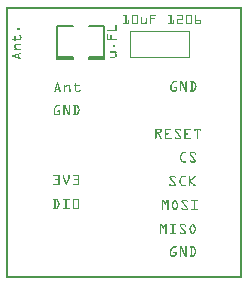
<source format=gto>
G04 MADE WITH FRITZING*
G04 WWW.FRITZING.ORG*
G04 DOUBLE SIDED*
G04 HOLES PLATED*
G04 CONTOUR ON CENTER OF CONTOUR VECTOR*
%ASAXBY*%
%FSLAX23Y23*%
%MOIN*%
%OFA0B0*%
%SFA1.0B1.0*%
%ADD10C,0.005000*%
%ADD11R,0.001000X0.001000*%
%LNSILK1*%
G90*
G70*
G54D10*
X277Y739D02*
X328Y739D01*
D02*
X328Y739D02*
X328Y842D01*
D02*
X171Y842D02*
X171Y739D01*
D02*
X171Y739D02*
X222Y739D01*
D02*
X277Y842D02*
X328Y842D01*
D02*
X171Y842D02*
X222Y842D01*
D02*
X277Y735D02*
X328Y735D01*
D02*
X171Y735D02*
X222Y735D01*
D02*
X277Y731D02*
X328Y731D01*
D02*
X171Y731D02*
X222Y731D01*
D02*
X328Y731D02*
X328Y739D01*
D02*
X277Y731D02*
X277Y739D01*
D02*
X222Y731D02*
X222Y739D01*
D02*
X171Y731D02*
X171Y739D01*
G54D11*
X0Y906D02*
X786Y906D01*
X0Y905D02*
X786Y905D01*
X0Y904D02*
X786Y904D01*
X0Y903D02*
X786Y903D01*
X0Y902D02*
X786Y902D01*
X0Y901D02*
X786Y901D01*
X0Y900D02*
X786Y900D01*
X0Y899D02*
X786Y899D01*
X0Y898D02*
X7Y898D01*
X779Y898D02*
X786Y898D01*
X0Y897D02*
X7Y897D01*
X779Y897D02*
X786Y897D01*
X0Y896D02*
X7Y896D01*
X779Y896D02*
X786Y896D01*
X0Y895D02*
X7Y895D01*
X779Y895D02*
X786Y895D01*
X0Y894D02*
X7Y894D01*
X779Y894D02*
X786Y894D01*
X0Y893D02*
X7Y893D01*
X779Y893D02*
X786Y893D01*
X0Y892D02*
X7Y892D01*
X779Y892D02*
X786Y892D01*
X0Y891D02*
X7Y891D01*
X779Y891D02*
X786Y891D01*
X0Y890D02*
X7Y890D01*
X779Y890D02*
X786Y890D01*
X0Y889D02*
X7Y889D01*
X779Y889D02*
X786Y889D01*
X0Y888D02*
X7Y888D01*
X779Y888D02*
X786Y888D01*
X0Y887D02*
X7Y887D01*
X779Y887D02*
X786Y887D01*
X0Y886D02*
X7Y886D01*
X779Y886D02*
X786Y886D01*
X0Y885D02*
X7Y885D01*
X779Y885D02*
X786Y885D01*
X0Y884D02*
X7Y884D01*
X779Y884D02*
X786Y884D01*
X0Y883D02*
X7Y883D01*
X779Y883D02*
X786Y883D01*
X0Y882D02*
X7Y882D01*
X779Y882D02*
X786Y882D01*
X0Y881D02*
X7Y881D01*
X779Y881D02*
X786Y881D01*
X0Y880D02*
X7Y880D01*
X779Y880D02*
X786Y880D01*
X0Y879D02*
X7Y879D01*
X390Y879D02*
X401Y879D01*
X421Y879D02*
X437Y879D01*
X479Y879D02*
X499Y879D01*
X540Y879D02*
X551Y879D01*
X570Y879D02*
X587Y879D01*
X601Y879D02*
X617Y879D01*
X630Y879D02*
X634Y879D01*
X779Y879D02*
X786Y879D01*
X0Y878D02*
X7Y878D01*
X389Y878D02*
X401Y878D01*
X420Y878D02*
X438Y878D01*
X479Y878D02*
X499Y878D01*
X539Y878D02*
X551Y878D01*
X569Y878D02*
X588Y878D01*
X600Y878D02*
X618Y878D01*
X629Y878D02*
X635Y878D01*
X779Y878D02*
X786Y878D01*
X0Y877D02*
X7Y877D01*
X390Y877D02*
X401Y877D01*
X420Y877D02*
X439Y877D01*
X479Y877D02*
X499Y877D01*
X540Y877D02*
X551Y877D01*
X570Y877D02*
X589Y877D01*
X600Y877D02*
X619Y877D01*
X629Y877D02*
X634Y877D01*
X779Y877D02*
X786Y877D01*
X0Y876D02*
X7Y876D01*
X391Y876D02*
X401Y876D01*
X419Y876D02*
X439Y876D01*
X479Y876D02*
X498Y876D01*
X540Y876D02*
X551Y876D01*
X570Y876D02*
X589Y876D01*
X599Y876D02*
X619Y876D01*
X629Y876D02*
X633Y876D01*
X779Y876D02*
X786Y876D01*
X0Y875D02*
X7Y875D01*
X398Y875D02*
X401Y875D01*
X419Y875D02*
X423Y875D01*
X436Y875D02*
X439Y875D01*
X479Y875D02*
X483Y875D01*
X548Y875D02*
X551Y875D01*
X586Y875D02*
X589Y875D01*
X599Y875D02*
X603Y875D01*
X616Y875D02*
X619Y875D01*
X629Y875D02*
X632Y875D01*
X779Y875D02*
X786Y875D01*
X0Y874D02*
X7Y874D01*
X398Y874D02*
X401Y874D01*
X419Y874D02*
X423Y874D01*
X436Y874D02*
X439Y874D01*
X479Y874D02*
X483Y874D01*
X548Y874D02*
X551Y874D01*
X586Y874D02*
X589Y874D01*
X599Y874D02*
X603Y874D01*
X616Y874D02*
X619Y874D01*
X629Y874D02*
X632Y874D01*
X779Y874D02*
X786Y874D01*
X0Y873D02*
X7Y873D01*
X398Y873D02*
X401Y873D01*
X419Y873D02*
X423Y873D01*
X436Y873D02*
X439Y873D01*
X479Y873D02*
X483Y873D01*
X548Y873D02*
X551Y873D01*
X586Y873D02*
X589Y873D01*
X599Y873D02*
X603Y873D01*
X616Y873D02*
X619Y873D01*
X629Y873D02*
X632Y873D01*
X779Y873D02*
X786Y873D01*
X0Y872D02*
X7Y872D01*
X398Y872D02*
X401Y872D01*
X419Y872D02*
X423Y872D01*
X436Y872D02*
X439Y872D01*
X479Y872D02*
X483Y872D01*
X548Y872D02*
X551Y872D01*
X586Y872D02*
X589Y872D01*
X599Y872D02*
X603Y872D01*
X616Y872D02*
X619Y872D01*
X629Y872D02*
X632Y872D01*
X779Y872D02*
X786Y872D01*
X0Y871D02*
X7Y871D01*
X398Y871D02*
X401Y871D01*
X419Y871D02*
X423Y871D01*
X436Y871D02*
X439Y871D01*
X451Y871D02*
X451Y871D01*
X479Y871D02*
X483Y871D01*
X548Y871D02*
X551Y871D01*
X586Y871D02*
X589Y871D01*
X599Y871D02*
X603Y871D01*
X616Y871D02*
X619Y871D01*
X629Y871D02*
X632Y871D01*
X779Y871D02*
X786Y871D01*
X0Y870D02*
X7Y870D01*
X398Y870D02*
X401Y870D01*
X419Y870D02*
X423Y870D01*
X436Y870D02*
X439Y870D01*
X450Y870D02*
X452Y870D01*
X466Y870D02*
X469Y870D01*
X479Y870D02*
X483Y870D01*
X548Y870D02*
X551Y870D01*
X586Y870D02*
X589Y870D01*
X599Y870D02*
X603Y870D01*
X616Y870D02*
X619Y870D01*
X629Y870D02*
X632Y870D01*
X779Y870D02*
X786Y870D01*
X0Y869D02*
X7Y869D01*
X398Y869D02*
X401Y869D01*
X419Y869D02*
X423Y869D01*
X436Y869D02*
X439Y869D01*
X449Y869D02*
X453Y869D01*
X466Y869D02*
X469Y869D01*
X479Y869D02*
X494Y869D01*
X548Y869D02*
X551Y869D01*
X586Y869D02*
X589Y869D01*
X599Y869D02*
X603Y869D01*
X616Y869D02*
X619Y869D01*
X629Y869D02*
X632Y869D01*
X779Y869D02*
X786Y869D01*
X0Y868D02*
X7Y868D01*
X398Y868D02*
X401Y868D01*
X419Y868D02*
X423Y868D01*
X436Y868D02*
X439Y868D01*
X449Y868D02*
X453Y868D01*
X466Y868D02*
X469Y868D01*
X479Y868D02*
X495Y868D01*
X548Y868D02*
X551Y868D01*
X586Y868D02*
X589Y868D01*
X599Y868D02*
X603Y868D01*
X616Y868D02*
X619Y868D01*
X629Y868D02*
X632Y868D01*
X779Y868D02*
X786Y868D01*
X0Y867D02*
X7Y867D01*
X398Y867D02*
X401Y867D01*
X419Y867D02*
X423Y867D01*
X436Y867D02*
X439Y867D01*
X449Y867D02*
X453Y867D01*
X466Y867D02*
X469Y867D01*
X479Y867D02*
X495Y867D01*
X548Y867D02*
X551Y867D01*
X586Y867D02*
X589Y867D01*
X599Y867D02*
X603Y867D01*
X616Y867D02*
X619Y867D01*
X629Y867D02*
X632Y867D01*
X779Y867D02*
X786Y867D01*
X0Y866D02*
X7Y866D01*
X398Y866D02*
X401Y866D01*
X419Y866D02*
X423Y866D01*
X436Y866D02*
X439Y866D01*
X449Y866D02*
X453Y866D01*
X466Y866D02*
X469Y866D01*
X479Y866D02*
X495Y866D01*
X548Y866D02*
X551Y866D01*
X586Y866D02*
X589Y866D01*
X599Y866D02*
X603Y866D01*
X616Y866D02*
X619Y866D01*
X629Y866D02*
X632Y866D01*
X779Y866D02*
X786Y866D01*
X0Y865D02*
X7Y865D01*
X398Y865D02*
X401Y865D01*
X419Y865D02*
X423Y865D01*
X436Y865D02*
X439Y865D01*
X450Y865D02*
X453Y865D01*
X466Y865D02*
X469Y865D01*
X479Y865D02*
X483Y865D01*
X548Y865D02*
X551Y865D01*
X571Y865D02*
X589Y865D01*
X599Y865D02*
X603Y865D01*
X616Y865D02*
X619Y865D01*
X629Y865D02*
X632Y865D01*
X779Y865D02*
X786Y865D01*
X0Y864D02*
X7Y864D01*
X398Y864D02*
X401Y864D01*
X419Y864D02*
X423Y864D01*
X436Y864D02*
X439Y864D01*
X450Y864D02*
X453Y864D01*
X466Y864D02*
X469Y864D01*
X479Y864D02*
X483Y864D01*
X548Y864D02*
X551Y864D01*
X570Y864D02*
X589Y864D01*
X599Y864D02*
X603Y864D01*
X616Y864D02*
X619Y864D01*
X629Y864D02*
X632Y864D01*
X779Y864D02*
X786Y864D01*
X0Y863D02*
X7Y863D01*
X398Y863D02*
X401Y863D01*
X419Y863D02*
X423Y863D01*
X436Y863D02*
X439Y863D01*
X450Y863D02*
X453Y863D01*
X466Y863D02*
X469Y863D01*
X479Y863D02*
X483Y863D01*
X548Y863D02*
X551Y863D01*
X570Y863D02*
X588Y863D01*
X599Y863D02*
X603Y863D01*
X616Y863D02*
X619Y863D01*
X629Y863D02*
X632Y863D01*
X779Y863D02*
X786Y863D01*
X0Y862D02*
X7Y862D01*
X398Y862D02*
X401Y862D01*
X407Y862D02*
X408Y862D01*
X419Y862D02*
X423Y862D01*
X436Y862D02*
X439Y862D01*
X450Y862D02*
X453Y862D01*
X466Y862D02*
X469Y862D01*
X479Y862D02*
X483Y862D01*
X548Y862D02*
X551Y862D01*
X557Y862D02*
X558Y862D01*
X569Y862D02*
X587Y862D01*
X599Y862D02*
X603Y862D01*
X616Y862D02*
X619Y862D01*
X629Y862D02*
X648Y862D01*
X779Y862D02*
X786Y862D01*
X0Y861D02*
X7Y861D01*
X398Y861D02*
X401Y861D01*
X406Y861D02*
X409Y861D01*
X419Y861D02*
X423Y861D01*
X436Y861D02*
X439Y861D01*
X450Y861D02*
X453Y861D01*
X466Y861D02*
X469Y861D01*
X479Y861D02*
X483Y861D01*
X548Y861D02*
X551Y861D01*
X556Y861D02*
X559Y861D01*
X569Y861D02*
X573Y861D01*
X599Y861D02*
X603Y861D01*
X616Y861D02*
X619Y861D01*
X629Y861D02*
X649Y861D01*
X779Y861D02*
X786Y861D01*
X0Y860D02*
X7Y860D01*
X398Y860D02*
X401Y860D01*
X406Y860D02*
X409Y860D01*
X419Y860D02*
X423Y860D01*
X436Y860D02*
X439Y860D01*
X450Y860D02*
X453Y860D01*
X466Y860D02*
X469Y860D01*
X479Y860D02*
X483Y860D01*
X548Y860D02*
X551Y860D01*
X556Y860D02*
X559Y860D01*
X569Y860D02*
X573Y860D01*
X599Y860D02*
X603Y860D01*
X616Y860D02*
X619Y860D01*
X629Y860D02*
X649Y860D01*
X779Y860D02*
X786Y860D01*
X0Y859D02*
X7Y859D01*
X398Y859D02*
X401Y859D01*
X406Y859D02*
X409Y859D01*
X419Y859D02*
X423Y859D01*
X436Y859D02*
X439Y859D01*
X450Y859D02*
X453Y859D01*
X466Y859D02*
X469Y859D01*
X479Y859D02*
X483Y859D01*
X548Y859D02*
X551Y859D01*
X556Y859D02*
X559Y859D01*
X569Y859D02*
X573Y859D01*
X599Y859D02*
X603Y859D01*
X616Y859D02*
X619Y859D01*
X629Y859D02*
X649Y859D01*
X779Y859D02*
X786Y859D01*
X0Y858D02*
X7Y858D01*
X398Y858D02*
X401Y858D01*
X406Y858D02*
X409Y858D01*
X419Y858D02*
X423Y858D01*
X436Y858D02*
X439Y858D01*
X450Y858D02*
X453Y858D01*
X466Y858D02*
X469Y858D01*
X479Y858D02*
X483Y858D01*
X548Y858D02*
X551Y858D01*
X556Y858D02*
X559Y858D01*
X569Y858D02*
X573Y858D01*
X599Y858D02*
X603Y858D01*
X616Y858D02*
X619Y858D01*
X629Y858D02*
X633Y858D01*
X645Y858D02*
X649Y858D01*
X779Y858D02*
X786Y858D01*
X0Y857D02*
X7Y857D01*
X398Y857D02*
X401Y857D01*
X406Y857D02*
X409Y857D01*
X419Y857D02*
X423Y857D01*
X436Y857D02*
X439Y857D01*
X450Y857D02*
X453Y857D01*
X466Y857D02*
X469Y857D01*
X479Y857D02*
X483Y857D01*
X548Y857D02*
X551Y857D01*
X556Y857D02*
X559Y857D01*
X569Y857D02*
X573Y857D01*
X599Y857D02*
X603Y857D01*
X616Y857D02*
X619Y857D01*
X629Y857D02*
X632Y857D01*
X646Y857D02*
X649Y857D01*
X779Y857D02*
X786Y857D01*
X0Y856D02*
X7Y856D01*
X398Y856D02*
X401Y856D01*
X406Y856D02*
X409Y856D01*
X419Y856D02*
X423Y856D01*
X436Y856D02*
X439Y856D01*
X450Y856D02*
X453Y856D01*
X466Y856D02*
X469Y856D01*
X479Y856D02*
X483Y856D01*
X548Y856D02*
X551Y856D01*
X556Y856D02*
X559Y856D01*
X569Y856D02*
X573Y856D01*
X599Y856D02*
X603Y856D01*
X616Y856D02*
X619Y856D01*
X629Y856D02*
X632Y856D01*
X646Y856D02*
X649Y856D01*
X779Y856D02*
X786Y856D01*
X0Y855D02*
X7Y855D01*
X398Y855D02*
X401Y855D01*
X406Y855D02*
X409Y855D01*
X419Y855D02*
X423Y855D01*
X436Y855D02*
X439Y855D01*
X450Y855D02*
X453Y855D01*
X464Y855D02*
X469Y855D01*
X479Y855D02*
X483Y855D01*
X548Y855D02*
X551Y855D01*
X556Y855D02*
X559Y855D01*
X569Y855D02*
X573Y855D01*
X599Y855D02*
X603Y855D01*
X616Y855D02*
X619Y855D01*
X629Y855D02*
X632Y855D01*
X646Y855D02*
X649Y855D01*
X779Y855D02*
X786Y855D01*
X0Y854D02*
X7Y854D01*
X398Y854D02*
X401Y854D01*
X406Y854D02*
X409Y854D01*
X419Y854D02*
X423Y854D01*
X436Y854D02*
X439Y854D01*
X450Y854D02*
X453Y854D01*
X463Y854D02*
X469Y854D01*
X479Y854D02*
X483Y854D01*
X548Y854D02*
X551Y854D01*
X556Y854D02*
X559Y854D01*
X569Y854D02*
X573Y854D01*
X599Y854D02*
X603Y854D01*
X616Y854D02*
X619Y854D01*
X629Y854D02*
X632Y854D01*
X646Y854D02*
X649Y854D01*
X779Y854D02*
X786Y854D01*
X0Y853D02*
X7Y853D01*
X398Y853D02*
X401Y853D01*
X406Y853D02*
X409Y853D01*
X419Y853D02*
X423Y853D01*
X436Y853D02*
X439Y853D01*
X450Y853D02*
X453Y853D01*
X461Y853D02*
X469Y853D01*
X479Y853D02*
X483Y853D01*
X548Y853D02*
X551Y853D01*
X556Y853D02*
X559Y853D01*
X569Y853D02*
X573Y853D01*
X599Y853D02*
X603Y853D01*
X616Y853D02*
X619Y853D01*
X629Y853D02*
X632Y853D01*
X646Y853D02*
X649Y853D01*
X779Y853D02*
X786Y853D01*
X0Y852D02*
X7Y852D01*
X398Y852D02*
X401Y852D01*
X406Y852D02*
X409Y852D01*
X419Y852D02*
X423Y852D01*
X436Y852D02*
X439Y852D01*
X450Y852D02*
X454Y852D01*
X460Y852D02*
X469Y852D01*
X479Y852D02*
X483Y852D01*
X548Y852D02*
X551Y852D01*
X556Y852D02*
X559Y852D01*
X569Y852D02*
X573Y852D01*
X599Y852D02*
X603Y852D01*
X616Y852D02*
X619Y852D01*
X629Y852D02*
X633Y852D01*
X646Y852D02*
X649Y852D01*
X779Y852D02*
X786Y852D01*
X0Y851D02*
X7Y851D01*
X390Y851D02*
X409Y851D01*
X420Y851D02*
X439Y851D01*
X451Y851D02*
X469Y851D01*
X479Y851D02*
X483Y851D01*
X540Y851D02*
X559Y851D01*
X569Y851D02*
X588Y851D01*
X599Y851D02*
X619Y851D01*
X629Y851D02*
X649Y851D01*
X779Y851D02*
X786Y851D01*
X0Y850D02*
X7Y850D01*
X390Y850D02*
X409Y850D01*
X420Y850D02*
X439Y850D01*
X451Y850D02*
X463Y850D01*
X466Y850D02*
X469Y850D01*
X479Y850D02*
X483Y850D01*
X539Y850D02*
X559Y850D01*
X569Y850D02*
X589Y850D01*
X600Y850D02*
X619Y850D01*
X629Y850D02*
X649Y850D01*
X779Y850D02*
X786Y850D01*
X0Y849D02*
X7Y849D01*
X390Y849D02*
X409Y849D01*
X420Y849D02*
X438Y849D01*
X452Y849D02*
X462Y849D01*
X466Y849D02*
X469Y849D01*
X479Y849D02*
X482Y849D01*
X539Y849D02*
X559Y849D01*
X569Y849D02*
X589Y849D01*
X600Y849D02*
X618Y849D01*
X629Y849D02*
X649Y849D01*
X779Y849D02*
X786Y849D01*
X0Y848D02*
X7Y848D01*
X390Y848D02*
X408Y848D01*
X422Y848D02*
X437Y848D01*
X454Y848D02*
X460Y848D01*
X467Y848D02*
X468Y848D01*
X480Y848D02*
X482Y848D01*
X540Y848D02*
X558Y848D01*
X569Y848D02*
X588Y848D01*
X602Y848D02*
X617Y848D01*
X630Y848D02*
X648Y848D01*
X779Y848D02*
X786Y848D01*
X0Y847D02*
X7Y847D01*
X779Y847D02*
X786Y847D01*
X0Y846D02*
X7Y846D01*
X366Y846D02*
X368Y846D01*
X779Y846D02*
X786Y846D01*
X0Y845D02*
X7Y845D01*
X365Y845D02*
X368Y845D01*
X779Y845D02*
X786Y845D01*
X0Y844D02*
X7Y844D01*
X365Y844D02*
X368Y844D01*
X779Y844D02*
X786Y844D01*
X0Y843D02*
X7Y843D01*
X365Y843D02*
X368Y843D01*
X779Y843D02*
X786Y843D01*
X0Y842D02*
X7Y842D01*
X365Y842D02*
X368Y842D01*
X779Y842D02*
X786Y842D01*
X0Y841D02*
X7Y841D01*
X365Y841D02*
X368Y841D01*
X779Y841D02*
X786Y841D01*
X0Y840D02*
X7Y840D01*
X365Y840D02*
X368Y840D01*
X779Y840D02*
X786Y840D01*
X0Y839D02*
X7Y839D01*
X365Y839D02*
X368Y839D01*
X779Y839D02*
X786Y839D01*
X0Y838D02*
X7Y838D01*
X365Y838D02*
X368Y838D01*
X779Y838D02*
X786Y838D01*
X0Y837D02*
X7Y837D01*
X365Y837D02*
X368Y837D01*
X779Y837D02*
X786Y837D01*
X0Y836D02*
X7Y836D01*
X40Y836D02*
X44Y836D01*
X365Y836D02*
X368Y836D01*
X779Y836D02*
X786Y836D01*
X0Y835D02*
X7Y835D01*
X39Y835D02*
X45Y835D01*
X365Y835D02*
X368Y835D01*
X779Y835D02*
X786Y835D01*
X0Y834D02*
X7Y834D01*
X38Y834D02*
X45Y834D01*
X365Y834D02*
X368Y834D01*
X779Y834D02*
X786Y834D01*
X0Y833D02*
X7Y833D01*
X38Y833D02*
X45Y833D01*
X365Y833D02*
X368Y833D01*
X779Y833D02*
X786Y833D01*
X0Y832D02*
X7Y832D01*
X38Y832D02*
X45Y832D01*
X365Y832D02*
X368Y832D01*
X779Y832D02*
X786Y832D01*
X0Y831D02*
X7Y831D01*
X38Y831D02*
X45Y831D01*
X365Y831D02*
X368Y831D01*
X779Y831D02*
X786Y831D01*
X0Y830D02*
X7Y830D01*
X38Y830D02*
X45Y830D01*
X338Y830D02*
X368Y830D01*
X779Y830D02*
X786Y830D01*
X0Y829D02*
X7Y829D01*
X39Y829D02*
X45Y829D01*
X337Y829D02*
X368Y829D01*
X779Y829D02*
X786Y829D01*
X0Y828D02*
X7Y828D01*
X40Y828D02*
X44Y828D01*
X337Y828D02*
X368Y828D01*
X779Y828D02*
X786Y828D01*
X0Y827D02*
X7Y827D01*
X338Y827D02*
X368Y827D01*
X779Y827D02*
X786Y827D01*
X0Y826D02*
X7Y826D01*
X413Y826D02*
X613Y826D01*
X779Y826D02*
X786Y826D01*
X0Y825D02*
X7Y825D01*
X413Y825D02*
X613Y825D01*
X779Y825D02*
X786Y825D01*
X0Y824D02*
X7Y824D01*
X413Y824D02*
X613Y824D01*
X779Y824D02*
X786Y824D01*
X0Y823D02*
X7Y823D01*
X413Y823D02*
X415Y823D01*
X489Y823D02*
X537Y823D01*
X611Y823D02*
X613Y823D01*
X779Y823D02*
X786Y823D01*
X0Y822D02*
X7Y822D01*
X413Y822D02*
X415Y822D01*
X611Y822D02*
X613Y822D01*
X779Y822D02*
X786Y822D01*
X0Y821D02*
X7Y821D01*
X413Y821D02*
X415Y821D01*
X611Y821D02*
X613Y821D01*
X779Y821D02*
X786Y821D01*
X0Y820D02*
X7Y820D01*
X413Y820D02*
X415Y820D01*
X611Y820D02*
X613Y820D01*
X779Y820D02*
X786Y820D01*
X0Y819D02*
X7Y819D01*
X413Y819D02*
X415Y819D01*
X611Y819D02*
X613Y819D01*
X779Y819D02*
X786Y819D01*
X0Y818D02*
X7Y818D01*
X413Y818D02*
X415Y818D01*
X611Y818D02*
X613Y818D01*
X779Y818D02*
X786Y818D01*
X0Y817D02*
X7Y817D01*
X413Y817D02*
X415Y817D01*
X611Y817D02*
X613Y817D01*
X779Y817D02*
X786Y817D01*
X0Y816D02*
X7Y816D01*
X337Y816D02*
X340Y816D01*
X413Y816D02*
X415Y816D01*
X611Y816D02*
X613Y816D01*
X779Y816D02*
X786Y816D01*
X0Y815D02*
X7Y815D01*
X337Y815D02*
X340Y815D01*
X413Y815D02*
X415Y815D01*
X611Y815D02*
X613Y815D01*
X779Y815D02*
X786Y815D01*
X0Y814D02*
X7Y814D01*
X337Y814D02*
X340Y814D01*
X413Y814D02*
X415Y814D01*
X611Y814D02*
X613Y814D01*
X779Y814D02*
X786Y814D01*
X0Y813D02*
X7Y813D01*
X337Y813D02*
X340Y813D01*
X413Y813D02*
X415Y813D01*
X611Y813D02*
X613Y813D01*
X779Y813D02*
X786Y813D01*
X0Y812D02*
X7Y812D01*
X45Y812D02*
X47Y812D01*
X337Y812D02*
X340Y812D01*
X348Y812D02*
X350Y812D01*
X413Y812D02*
X415Y812D01*
X611Y812D02*
X613Y812D01*
X779Y812D02*
X786Y812D01*
X0Y811D02*
X7Y811D01*
X44Y811D02*
X48Y811D01*
X337Y811D02*
X340Y811D01*
X348Y811D02*
X351Y811D01*
X413Y811D02*
X415Y811D01*
X611Y811D02*
X613Y811D01*
X779Y811D02*
X786Y811D01*
X0Y810D02*
X7Y810D01*
X29Y810D02*
X30Y810D01*
X44Y810D02*
X49Y810D01*
X337Y810D02*
X340Y810D01*
X348Y810D02*
X351Y810D01*
X413Y810D02*
X415Y810D01*
X611Y810D02*
X613Y810D01*
X779Y810D02*
X786Y810D01*
X0Y809D02*
X7Y809D01*
X28Y809D02*
X31Y809D01*
X44Y809D02*
X50Y809D01*
X337Y809D02*
X340Y809D01*
X348Y809D02*
X351Y809D01*
X413Y809D02*
X415Y809D01*
X611Y809D02*
X613Y809D01*
X779Y809D02*
X786Y809D01*
X0Y808D02*
X7Y808D01*
X28Y808D02*
X31Y808D01*
X46Y808D02*
X50Y808D01*
X337Y808D02*
X340Y808D01*
X348Y808D02*
X351Y808D01*
X413Y808D02*
X415Y808D01*
X611Y808D02*
X613Y808D01*
X779Y808D02*
X786Y808D01*
X0Y807D02*
X7Y807D01*
X28Y807D02*
X31Y807D01*
X47Y807D02*
X50Y807D01*
X337Y807D02*
X340Y807D01*
X348Y807D02*
X351Y807D01*
X413Y807D02*
X415Y807D01*
X611Y807D02*
X613Y807D01*
X779Y807D02*
X786Y807D01*
X0Y806D02*
X7Y806D01*
X28Y806D02*
X31Y806D01*
X47Y806D02*
X50Y806D01*
X337Y806D02*
X340Y806D01*
X348Y806D02*
X351Y806D01*
X413Y806D02*
X415Y806D01*
X611Y806D02*
X613Y806D01*
X779Y806D02*
X786Y806D01*
X0Y805D02*
X7Y805D01*
X28Y805D02*
X31Y805D01*
X47Y805D02*
X51Y805D01*
X337Y805D02*
X340Y805D01*
X348Y805D02*
X351Y805D01*
X413Y805D02*
X415Y805D01*
X611Y805D02*
X613Y805D01*
X779Y805D02*
X786Y805D01*
X0Y804D02*
X7Y804D01*
X28Y804D02*
X31Y804D01*
X47Y804D02*
X51Y804D01*
X337Y804D02*
X340Y804D01*
X348Y804D02*
X351Y804D01*
X413Y804D02*
X415Y804D01*
X611Y804D02*
X613Y804D01*
X779Y804D02*
X786Y804D01*
X0Y803D02*
X7Y803D01*
X28Y803D02*
X31Y803D01*
X47Y803D02*
X51Y803D01*
X337Y803D02*
X340Y803D01*
X348Y803D02*
X351Y803D01*
X413Y803D02*
X415Y803D01*
X611Y803D02*
X613Y803D01*
X779Y803D02*
X786Y803D01*
X0Y802D02*
X7Y802D01*
X28Y802D02*
X31Y802D01*
X47Y802D02*
X50Y802D01*
X337Y802D02*
X340Y802D01*
X348Y802D02*
X351Y802D01*
X413Y802D02*
X415Y802D01*
X611Y802D02*
X613Y802D01*
X779Y802D02*
X786Y802D01*
X0Y801D02*
X7Y801D01*
X28Y801D02*
X31Y801D01*
X47Y801D02*
X50Y801D01*
X337Y801D02*
X340Y801D01*
X348Y801D02*
X351Y801D01*
X413Y801D02*
X415Y801D01*
X611Y801D02*
X613Y801D01*
X779Y801D02*
X786Y801D01*
X0Y800D02*
X7Y800D01*
X22Y800D02*
X50Y800D01*
X337Y800D02*
X368Y800D01*
X413Y800D02*
X415Y800D01*
X611Y800D02*
X613Y800D01*
X779Y800D02*
X786Y800D01*
X0Y799D02*
X7Y799D01*
X21Y799D02*
X50Y799D01*
X337Y799D02*
X368Y799D01*
X413Y799D02*
X415Y799D01*
X611Y799D02*
X613Y799D01*
X779Y799D02*
X786Y799D01*
X0Y798D02*
X7Y798D01*
X21Y798D02*
X49Y798D01*
X337Y798D02*
X368Y798D01*
X413Y798D02*
X415Y798D01*
X611Y798D02*
X613Y798D01*
X779Y798D02*
X786Y798D01*
X0Y797D02*
X7Y797D01*
X21Y797D02*
X48Y797D01*
X337Y797D02*
X368Y797D01*
X413Y797D02*
X415Y797D01*
X611Y797D02*
X613Y797D01*
X779Y797D02*
X786Y797D01*
X0Y796D02*
X7Y796D01*
X22Y796D02*
X45Y796D01*
X413Y796D02*
X415Y796D01*
X611Y796D02*
X613Y796D01*
X779Y796D02*
X786Y796D01*
X0Y795D02*
X7Y795D01*
X28Y795D02*
X31Y795D01*
X413Y795D02*
X415Y795D01*
X611Y795D02*
X613Y795D01*
X779Y795D02*
X786Y795D01*
X0Y794D02*
X7Y794D01*
X28Y794D02*
X31Y794D01*
X413Y794D02*
X415Y794D01*
X611Y794D02*
X613Y794D01*
X779Y794D02*
X786Y794D01*
X0Y793D02*
X7Y793D01*
X28Y793D02*
X31Y793D01*
X413Y793D02*
X415Y793D01*
X611Y793D02*
X613Y793D01*
X779Y793D02*
X786Y793D01*
X0Y792D02*
X7Y792D01*
X29Y792D02*
X30Y792D01*
X413Y792D02*
X415Y792D01*
X611Y792D02*
X613Y792D01*
X779Y792D02*
X786Y792D01*
X0Y791D02*
X7Y791D01*
X413Y791D02*
X415Y791D01*
X611Y791D02*
X613Y791D01*
X779Y791D02*
X786Y791D01*
X0Y790D02*
X7Y790D01*
X413Y790D02*
X415Y790D01*
X611Y790D02*
X613Y790D01*
X779Y790D02*
X786Y790D01*
X0Y789D02*
X7Y789D01*
X413Y789D02*
X415Y789D01*
X611Y789D02*
X613Y789D01*
X779Y789D02*
X786Y789D01*
X0Y788D02*
X7Y788D01*
X413Y788D02*
X415Y788D01*
X611Y788D02*
X613Y788D01*
X779Y788D02*
X786Y788D01*
X0Y787D02*
X7Y787D01*
X413Y787D02*
X415Y787D01*
X611Y787D02*
X613Y787D01*
X779Y787D02*
X786Y787D01*
X0Y786D02*
X7Y786D01*
X413Y786D02*
X415Y786D01*
X611Y786D02*
X613Y786D01*
X779Y786D02*
X786Y786D01*
X0Y785D02*
X7Y785D01*
X413Y785D02*
X415Y785D01*
X611Y785D02*
X613Y785D01*
X779Y785D02*
X786Y785D01*
X0Y784D02*
X7Y784D01*
X413Y784D02*
X415Y784D01*
X611Y784D02*
X613Y784D01*
X779Y784D02*
X786Y784D01*
X0Y783D02*
X7Y783D01*
X413Y783D02*
X415Y783D01*
X611Y783D02*
X613Y783D01*
X779Y783D02*
X786Y783D01*
X0Y782D02*
X7Y782D01*
X35Y782D02*
X50Y782D01*
X413Y782D02*
X415Y782D01*
X611Y782D02*
X613Y782D01*
X779Y782D02*
X786Y782D01*
X0Y781D02*
X7Y781D01*
X31Y781D02*
X50Y781D01*
X413Y781D02*
X415Y781D01*
X611Y781D02*
X613Y781D01*
X779Y781D02*
X786Y781D01*
X0Y780D02*
X7Y780D01*
X30Y780D02*
X50Y780D01*
X357Y780D02*
X363Y780D01*
X413Y780D02*
X415Y780D01*
X611Y780D02*
X613Y780D01*
X779Y780D02*
X786Y780D01*
X0Y779D02*
X7Y779D01*
X29Y779D02*
X50Y779D01*
X356Y779D02*
X363Y779D01*
X413Y779D02*
X415Y779D01*
X611Y779D02*
X613Y779D01*
X779Y779D02*
X786Y779D01*
X0Y778D02*
X7Y778D01*
X28Y778D02*
X40Y778D01*
X356Y778D02*
X363Y778D01*
X413Y778D02*
X415Y778D01*
X611Y778D02*
X613Y778D01*
X779Y778D02*
X786Y778D01*
X0Y777D02*
X7Y777D01*
X28Y777D02*
X32Y777D01*
X356Y777D02*
X363Y777D01*
X413Y777D02*
X415Y777D01*
X611Y777D02*
X613Y777D01*
X779Y777D02*
X786Y777D01*
X0Y776D02*
X7Y776D01*
X28Y776D02*
X31Y776D01*
X356Y776D02*
X363Y776D01*
X413Y776D02*
X415Y776D01*
X611Y776D02*
X613Y776D01*
X779Y776D02*
X786Y776D01*
X0Y775D02*
X7Y775D01*
X28Y775D02*
X31Y775D01*
X356Y775D02*
X363Y775D01*
X413Y775D02*
X415Y775D01*
X611Y775D02*
X613Y775D01*
X779Y775D02*
X786Y775D01*
X0Y774D02*
X7Y774D01*
X28Y774D02*
X31Y774D01*
X357Y774D02*
X363Y774D01*
X413Y774D02*
X415Y774D01*
X611Y774D02*
X613Y774D01*
X779Y774D02*
X786Y774D01*
X0Y773D02*
X7Y773D01*
X28Y773D02*
X31Y773D01*
X357Y773D02*
X362Y773D01*
X413Y773D02*
X415Y773D01*
X611Y773D02*
X613Y773D01*
X779Y773D02*
X786Y773D01*
X0Y772D02*
X7Y772D01*
X28Y772D02*
X32Y772D01*
X413Y772D02*
X415Y772D01*
X611Y772D02*
X613Y772D01*
X779Y772D02*
X786Y772D01*
X0Y771D02*
X7Y771D01*
X28Y771D02*
X32Y771D01*
X413Y771D02*
X415Y771D01*
X611Y771D02*
X613Y771D01*
X779Y771D02*
X786Y771D01*
X0Y770D02*
X7Y770D01*
X29Y770D02*
X33Y770D01*
X413Y770D02*
X415Y770D01*
X611Y770D02*
X613Y770D01*
X779Y770D02*
X786Y770D01*
X0Y769D02*
X7Y769D01*
X29Y769D02*
X33Y769D01*
X413Y769D02*
X415Y769D01*
X611Y769D02*
X613Y769D01*
X779Y769D02*
X786Y769D01*
X0Y768D02*
X7Y768D01*
X30Y768D02*
X34Y768D01*
X413Y768D02*
X415Y768D01*
X611Y768D02*
X613Y768D01*
X779Y768D02*
X786Y768D01*
X0Y767D02*
X7Y767D01*
X31Y767D02*
X35Y767D01*
X413Y767D02*
X415Y767D01*
X611Y767D02*
X613Y767D01*
X779Y767D02*
X786Y767D01*
X0Y766D02*
X7Y766D01*
X31Y766D02*
X36Y766D01*
X413Y766D02*
X415Y766D01*
X611Y766D02*
X613Y766D01*
X779Y766D02*
X786Y766D01*
X0Y765D02*
X7Y765D01*
X28Y765D02*
X50Y765D01*
X413Y765D02*
X415Y765D01*
X611Y765D02*
X613Y765D01*
X779Y765D02*
X786Y765D01*
X0Y764D02*
X7Y764D01*
X28Y764D02*
X50Y764D01*
X413Y764D02*
X415Y764D01*
X611Y764D02*
X613Y764D01*
X779Y764D02*
X786Y764D01*
X0Y763D02*
X7Y763D01*
X28Y763D02*
X50Y763D01*
X413Y763D02*
X415Y763D01*
X611Y763D02*
X613Y763D01*
X779Y763D02*
X786Y763D01*
X0Y762D02*
X7Y762D01*
X29Y762D02*
X49Y762D01*
X413Y762D02*
X415Y762D01*
X611Y762D02*
X613Y762D01*
X779Y762D02*
X786Y762D01*
X0Y761D02*
X7Y761D01*
X413Y761D02*
X415Y761D01*
X611Y761D02*
X613Y761D01*
X779Y761D02*
X786Y761D01*
X0Y760D02*
X7Y760D01*
X413Y760D02*
X415Y760D01*
X611Y760D02*
X613Y760D01*
X779Y760D02*
X786Y760D01*
X0Y759D02*
X7Y759D01*
X413Y759D02*
X415Y759D01*
X611Y759D02*
X613Y759D01*
X779Y759D02*
X786Y759D01*
X0Y758D02*
X7Y758D01*
X413Y758D02*
X415Y758D01*
X611Y758D02*
X613Y758D01*
X779Y758D02*
X786Y758D01*
X0Y757D02*
X7Y757D01*
X348Y757D02*
X367Y757D01*
X413Y757D02*
X415Y757D01*
X611Y757D02*
X613Y757D01*
X779Y757D02*
X786Y757D01*
X0Y756D02*
X7Y756D01*
X346Y756D02*
X368Y756D01*
X413Y756D02*
X415Y756D01*
X611Y756D02*
X613Y756D01*
X779Y756D02*
X786Y756D01*
X0Y755D02*
X7Y755D01*
X346Y755D02*
X368Y755D01*
X413Y755D02*
X415Y755D01*
X611Y755D02*
X613Y755D01*
X779Y755D02*
X786Y755D01*
X0Y754D02*
X7Y754D01*
X346Y754D02*
X368Y754D01*
X413Y754D02*
X415Y754D01*
X611Y754D02*
X613Y754D01*
X779Y754D02*
X786Y754D01*
X0Y753D02*
X7Y753D01*
X347Y753D02*
X367Y753D01*
X413Y753D02*
X415Y753D01*
X611Y753D02*
X613Y753D01*
X779Y753D02*
X786Y753D01*
X0Y752D02*
X7Y752D01*
X47Y752D02*
X50Y752D01*
X361Y752D02*
X365Y752D01*
X413Y752D02*
X415Y752D01*
X611Y752D02*
X613Y752D01*
X779Y752D02*
X786Y752D01*
X0Y751D02*
X7Y751D01*
X44Y751D02*
X50Y751D01*
X362Y751D02*
X366Y751D01*
X413Y751D02*
X415Y751D01*
X611Y751D02*
X613Y751D01*
X779Y751D02*
X786Y751D01*
X0Y750D02*
X7Y750D01*
X41Y750D02*
X50Y750D01*
X363Y750D02*
X367Y750D01*
X413Y750D02*
X415Y750D01*
X611Y750D02*
X613Y750D01*
X779Y750D02*
X786Y750D01*
X0Y749D02*
X7Y749D01*
X37Y749D02*
X50Y749D01*
X363Y749D02*
X367Y749D01*
X413Y749D02*
X415Y749D01*
X611Y749D02*
X613Y749D01*
X779Y749D02*
X786Y749D01*
X0Y748D02*
X7Y748D01*
X34Y748D02*
X48Y748D01*
X364Y748D02*
X368Y748D01*
X413Y748D02*
X415Y748D01*
X611Y748D02*
X613Y748D01*
X779Y748D02*
X786Y748D01*
X0Y747D02*
X7Y747D01*
X30Y747D02*
X44Y747D01*
X365Y747D02*
X368Y747D01*
X413Y747D02*
X415Y747D01*
X611Y747D02*
X613Y747D01*
X779Y747D02*
X786Y747D01*
X0Y746D02*
X7Y746D01*
X27Y746D02*
X43Y746D01*
X365Y746D02*
X368Y746D01*
X413Y746D02*
X415Y746D01*
X611Y746D02*
X613Y746D01*
X779Y746D02*
X786Y746D01*
X0Y745D02*
X7Y745D01*
X23Y745D02*
X37Y745D01*
X40Y745D02*
X43Y745D01*
X365Y745D02*
X368Y745D01*
X413Y745D02*
X415Y745D01*
X611Y745D02*
X613Y745D01*
X779Y745D02*
X786Y745D01*
X0Y744D02*
X7Y744D01*
X20Y744D02*
X34Y744D01*
X40Y744D02*
X43Y744D01*
X365Y744D02*
X368Y744D01*
X413Y744D02*
X415Y744D01*
X611Y744D02*
X613Y744D01*
X779Y744D02*
X786Y744D01*
X0Y743D02*
X7Y743D01*
X19Y743D02*
X31Y743D01*
X40Y743D02*
X43Y743D01*
X365Y743D02*
X368Y743D01*
X413Y743D02*
X415Y743D01*
X611Y743D02*
X613Y743D01*
X779Y743D02*
X786Y743D01*
X0Y742D02*
X7Y742D01*
X19Y742D02*
X28Y742D01*
X40Y742D02*
X43Y742D01*
X365Y742D02*
X368Y742D01*
X413Y742D02*
X415Y742D01*
X611Y742D02*
X613Y742D01*
X779Y742D02*
X786Y742D01*
X0Y741D02*
X7Y741D01*
X19Y741D02*
X31Y741D01*
X40Y741D02*
X43Y741D01*
X362Y741D02*
X368Y741D01*
X413Y741D02*
X415Y741D01*
X611Y741D02*
X613Y741D01*
X779Y741D02*
X786Y741D01*
X0Y740D02*
X7Y740D01*
X21Y740D02*
X35Y740D01*
X40Y740D02*
X43Y740D01*
X347Y740D02*
X368Y740D01*
X413Y740D02*
X415Y740D01*
X489Y740D02*
X537Y740D01*
X611Y740D02*
X613Y740D01*
X779Y740D02*
X786Y740D01*
X0Y739D02*
X7Y739D01*
X24Y739D02*
X38Y739D01*
X40Y739D02*
X43Y739D01*
X346Y739D02*
X367Y739D01*
X413Y739D02*
X613Y739D01*
X779Y739D02*
X786Y739D01*
X0Y738D02*
X7Y738D01*
X28Y738D02*
X43Y738D01*
X346Y738D02*
X366Y738D01*
X413Y738D02*
X613Y738D01*
X779Y738D02*
X786Y738D01*
X0Y737D02*
X7Y737D01*
X31Y737D02*
X45Y737D01*
X346Y737D02*
X364Y737D01*
X413Y737D02*
X613Y737D01*
X779Y737D02*
X786Y737D01*
X0Y736D02*
X7Y736D01*
X35Y736D02*
X49Y736D01*
X779Y736D02*
X786Y736D01*
X0Y735D02*
X7Y735D01*
X38Y735D02*
X50Y735D01*
X779Y735D02*
X786Y735D01*
X0Y734D02*
X7Y734D01*
X41Y734D02*
X50Y734D01*
X779Y734D02*
X786Y734D01*
X0Y733D02*
X7Y733D01*
X45Y733D02*
X50Y733D01*
X779Y733D02*
X786Y733D01*
X0Y732D02*
X7Y732D01*
X48Y732D02*
X49Y732D01*
X779Y732D02*
X786Y732D01*
X0Y731D02*
X7Y731D01*
X779Y731D02*
X786Y731D01*
X0Y730D02*
X7Y730D01*
X779Y730D02*
X786Y730D01*
X0Y729D02*
X7Y729D01*
X779Y729D02*
X786Y729D01*
X0Y728D02*
X7Y728D01*
X779Y728D02*
X786Y728D01*
X0Y727D02*
X7Y727D01*
X779Y727D02*
X786Y727D01*
X0Y726D02*
X7Y726D01*
X779Y726D02*
X786Y726D01*
X0Y725D02*
X7Y725D01*
X779Y725D02*
X786Y725D01*
X0Y724D02*
X7Y724D01*
X779Y724D02*
X786Y724D01*
X0Y723D02*
X7Y723D01*
X779Y723D02*
X786Y723D01*
X0Y722D02*
X7Y722D01*
X779Y722D02*
X786Y722D01*
X0Y721D02*
X7Y721D01*
X779Y721D02*
X786Y721D01*
X0Y720D02*
X7Y720D01*
X779Y720D02*
X786Y720D01*
X0Y719D02*
X7Y719D01*
X779Y719D02*
X786Y719D01*
X0Y718D02*
X7Y718D01*
X779Y718D02*
X786Y718D01*
X0Y717D02*
X7Y717D01*
X779Y717D02*
X786Y717D01*
X0Y716D02*
X7Y716D01*
X779Y716D02*
X786Y716D01*
X0Y715D02*
X7Y715D01*
X779Y715D02*
X786Y715D01*
X0Y714D02*
X7Y714D01*
X779Y714D02*
X786Y714D01*
X0Y713D02*
X7Y713D01*
X779Y713D02*
X786Y713D01*
X0Y712D02*
X7Y712D01*
X779Y712D02*
X786Y712D01*
X0Y711D02*
X7Y711D01*
X779Y711D02*
X786Y711D01*
X0Y710D02*
X7Y710D01*
X779Y710D02*
X786Y710D01*
X0Y709D02*
X7Y709D01*
X779Y709D02*
X786Y709D01*
X0Y708D02*
X7Y708D01*
X779Y708D02*
X786Y708D01*
X0Y707D02*
X7Y707D01*
X779Y707D02*
X786Y707D01*
X0Y706D02*
X7Y706D01*
X779Y706D02*
X786Y706D01*
X0Y705D02*
X7Y705D01*
X779Y705D02*
X786Y705D01*
X0Y704D02*
X7Y704D01*
X779Y704D02*
X786Y704D01*
X0Y703D02*
X7Y703D01*
X779Y703D02*
X786Y703D01*
X0Y702D02*
X7Y702D01*
X779Y702D02*
X786Y702D01*
X0Y701D02*
X7Y701D01*
X779Y701D02*
X786Y701D01*
X0Y700D02*
X7Y700D01*
X779Y700D02*
X786Y700D01*
X0Y699D02*
X7Y699D01*
X779Y699D02*
X786Y699D01*
X0Y698D02*
X7Y698D01*
X779Y698D02*
X786Y698D01*
X0Y697D02*
X7Y697D01*
X779Y697D02*
X786Y697D01*
X0Y696D02*
X7Y696D01*
X779Y696D02*
X786Y696D01*
X0Y695D02*
X7Y695D01*
X779Y695D02*
X786Y695D01*
X0Y694D02*
X7Y694D01*
X779Y694D02*
X786Y694D01*
X0Y693D02*
X7Y693D01*
X779Y693D02*
X786Y693D01*
X0Y692D02*
X7Y692D01*
X779Y692D02*
X786Y692D01*
X0Y691D02*
X7Y691D01*
X779Y691D02*
X786Y691D01*
X0Y690D02*
X7Y690D01*
X779Y690D02*
X786Y690D01*
X0Y689D02*
X7Y689D01*
X779Y689D02*
X786Y689D01*
X0Y688D02*
X7Y688D01*
X779Y688D02*
X786Y688D01*
X0Y687D02*
X7Y687D01*
X779Y687D02*
X786Y687D01*
X0Y686D02*
X7Y686D01*
X779Y686D02*
X786Y686D01*
X0Y685D02*
X7Y685D01*
X779Y685D02*
X786Y685D01*
X0Y684D02*
X7Y684D01*
X779Y684D02*
X786Y684D01*
X0Y683D02*
X7Y683D01*
X779Y683D02*
X786Y683D01*
X0Y682D02*
X7Y682D01*
X779Y682D02*
X786Y682D01*
X0Y681D02*
X7Y681D01*
X779Y681D02*
X786Y681D01*
X0Y680D02*
X7Y680D01*
X779Y680D02*
X786Y680D01*
X0Y679D02*
X7Y679D01*
X779Y679D02*
X786Y679D01*
X0Y678D02*
X7Y678D01*
X779Y678D02*
X786Y678D01*
X0Y677D02*
X7Y677D01*
X779Y677D02*
X786Y677D01*
X0Y676D02*
X7Y676D01*
X779Y676D02*
X786Y676D01*
X0Y675D02*
X7Y675D01*
X779Y675D02*
X786Y675D01*
X0Y674D02*
X7Y674D01*
X779Y674D02*
X786Y674D01*
X0Y673D02*
X7Y673D01*
X779Y673D02*
X786Y673D01*
X0Y672D02*
X7Y672D01*
X779Y672D02*
X786Y672D01*
X0Y671D02*
X7Y671D01*
X779Y671D02*
X786Y671D01*
X0Y670D02*
X7Y670D01*
X779Y670D02*
X786Y670D01*
X0Y669D02*
X7Y669D01*
X779Y669D02*
X786Y669D01*
X0Y668D02*
X7Y668D01*
X779Y668D02*
X786Y668D01*
X0Y667D02*
X7Y667D01*
X779Y667D02*
X786Y667D01*
X0Y666D02*
X7Y666D01*
X779Y666D02*
X786Y666D01*
X0Y665D02*
X7Y665D01*
X779Y665D02*
X786Y665D01*
X0Y664D02*
X7Y664D01*
X779Y664D02*
X786Y664D01*
X0Y663D02*
X7Y663D01*
X779Y663D02*
X786Y663D01*
X0Y662D02*
X7Y662D01*
X779Y662D02*
X786Y662D01*
X0Y661D02*
X7Y661D01*
X779Y661D02*
X786Y661D01*
X0Y660D02*
X7Y660D01*
X779Y660D02*
X786Y660D01*
X0Y659D02*
X7Y659D01*
X779Y659D02*
X786Y659D01*
X0Y658D02*
X7Y658D01*
X558Y658D02*
X569Y658D01*
X581Y658D02*
X586Y658D01*
X599Y658D02*
X601Y658D01*
X614Y658D02*
X626Y658D01*
X779Y658D02*
X786Y658D01*
X0Y657D02*
X7Y657D01*
X557Y657D02*
X569Y657D01*
X581Y657D02*
X586Y657D01*
X599Y657D02*
X602Y657D01*
X613Y657D02*
X627Y657D01*
X779Y657D02*
X786Y657D01*
X0Y656D02*
X7Y656D01*
X171Y656D02*
X172Y656D01*
X556Y656D02*
X569Y656D01*
X581Y656D02*
X587Y656D01*
X598Y656D02*
X602Y656D01*
X613Y656D02*
X628Y656D01*
X779Y656D02*
X786Y656D01*
X0Y655D02*
X7Y655D01*
X170Y655D02*
X173Y655D01*
X555Y655D02*
X569Y655D01*
X581Y655D02*
X587Y655D01*
X598Y655D02*
X602Y655D01*
X614Y655D02*
X629Y655D01*
X779Y655D02*
X786Y655D01*
X0Y654D02*
X7Y654D01*
X170Y654D02*
X173Y654D01*
X232Y654D02*
X233Y654D01*
X554Y654D02*
X560Y654D01*
X581Y654D02*
X588Y654D01*
X598Y654D02*
X602Y654D01*
X618Y654D02*
X622Y654D01*
X625Y654D02*
X630Y654D01*
X779Y654D02*
X786Y654D01*
X0Y653D02*
X7Y653D01*
X169Y653D02*
X174Y653D01*
X231Y653D02*
X234Y653D01*
X554Y653D02*
X558Y653D01*
X581Y653D02*
X588Y653D01*
X598Y653D02*
X602Y653D01*
X618Y653D02*
X621Y653D01*
X626Y653D02*
X630Y653D01*
X779Y653D02*
X786Y653D01*
X0Y652D02*
X7Y652D01*
X169Y652D02*
X174Y652D01*
X231Y652D02*
X234Y652D01*
X553Y652D02*
X558Y652D01*
X581Y652D02*
X589Y652D01*
X598Y652D02*
X602Y652D01*
X618Y652D02*
X621Y652D01*
X626Y652D02*
X631Y652D01*
X779Y652D02*
X786Y652D01*
X0Y651D02*
X7Y651D01*
X169Y651D02*
X174Y651D01*
X231Y651D02*
X234Y651D01*
X552Y651D02*
X557Y651D01*
X581Y651D02*
X589Y651D01*
X598Y651D02*
X602Y651D01*
X618Y651D02*
X621Y651D01*
X627Y651D02*
X631Y651D01*
X779Y651D02*
X786Y651D01*
X0Y650D02*
X7Y650D01*
X168Y650D02*
X175Y650D01*
X231Y650D02*
X234Y650D01*
X551Y650D02*
X556Y650D01*
X581Y650D02*
X589Y650D01*
X598Y650D02*
X602Y650D01*
X618Y650D02*
X621Y650D01*
X627Y650D02*
X632Y650D01*
X779Y650D02*
X786Y650D01*
X0Y649D02*
X7Y649D01*
X168Y649D02*
X175Y649D01*
X231Y649D02*
X234Y649D01*
X550Y649D02*
X555Y649D01*
X581Y649D02*
X584Y649D01*
X586Y649D02*
X590Y649D01*
X598Y649D02*
X602Y649D01*
X618Y649D02*
X621Y649D01*
X628Y649D02*
X632Y649D01*
X779Y649D02*
X786Y649D01*
X0Y648D02*
X7Y648D01*
X168Y648D02*
X175Y648D01*
X231Y648D02*
X234Y648D01*
X550Y648D02*
X554Y648D01*
X581Y648D02*
X584Y648D01*
X586Y648D02*
X590Y648D01*
X598Y648D02*
X602Y648D01*
X618Y648D02*
X621Y648D01*
X628Y648D02*
X633Y648D01*
X779Y648D02*
X786Y648D01*
X0Y647D02*
X7Y647D01*
X168Y647D02*
X175Y647D01*
X230Y647D02*
X234Y647D01*
X549Y647D02*
X554Y647D01*
X581Y647D02*
X584Y647D01*
X587Y647D02*
X591Y647D01*
X598Y647D02*
X602Y647D01*
X618Y647D02*
X621Y647D01*
X629Y647D02*
X633Y647D01*
X779Y647D02*
X786Y647D01*
X0Y646D02*
X7Y646D01*
X167Y646D02*
X176Y646D01*
X194Y646D02*
X196Y646D01*
X203Y646D02*
X211Y646D01*
X227Y646D02*
X245Y646D01*
X549Y646D02*
X553Y646D01*
X581Y646D02*
X584Y646D01*
X587Y646D02*
X591Y646D01*
X598Y646D02*
X602Y646D01*
X618Y646D02*
X621Y646D01*
X629Y646D02*
X634Y646D01*
X779Y646D02*
X786Y646D01*
X0Y645D02*
X7Y645D01*
X167Y645D02*
X176Y645D01*
X194Y645D02*
X197Y645D01*
X201Y645D02*
X212Y645D01*
X226Y645D02*
X245Y645D01*
X548Y645D02*
X552Y645D01*
X581Y645D02*
X584Y645D01*
X588Y645D02*
X592Y645D01*
X598Y645D02*
X602Y645D01*
X618Y645D02*
X621Y645D01*
X630Y645D02*
X634Y645D01*
X779Y645D02*
X786Y645D01*
X0Y644D02*
X7Y644D01*
X167Y644D02*
X170Y644D01*
X173Y644D02*
X176Y644D01*
X193Y644D02*
X197Y644D01*
X200Y644D02*
X213Y644D01*
X226Y644D02*
X245Y644D01*
X548Y644D02*
X552Y644D01*
X581Y644D02*
X584Y644D01*
X588Y644D02*
X592Y644D01*
X598Y644D02*
X602Y644D01*
X618Y644D02*
X621Y644D01*
X630Y644D02*
X634Y644D01*
X779Y644D02*
X786Y644D01*
X0Y643D02*
X7Y643D01*
X166Y643D02*
X170Y643D01*
X173Y643D02*
X177Y643D01*
X193Y643D02*
X214Y643D01*
X227Y643D02*
X245Y643D01*
X548Y643D02*
X552Y643D01*
X581Y643D02*
X584Y643D01*
X589Y643D02*
X593Y643D01*
X598Y643D02*
X602Y643D01*
X618Y643D02*
X621Y643D01*
X631Y643D02*
X635Y643D01*
X779Y643D02*
X786Y643D01*
X0Y642D02*
X7Y642D01*
X166Y642D02*
X170Y642D01*
X173Y642D02*
X177Y642D01*
X193Y642D02*
X204Y642D01*
X209Y642D02*
X214Y642D01*
X230Y642D02*
X234Y642D01*
X548Y642D02*
X552Y642D01*
X581Y642D02*
X584Y642D01*
X589Y642D02*
X593Y642D01*
X598Y642D02*
X602Y642D01*
X618Y642D02*
X621Y642D01*
X631Y642D02*
X635Y642D01*
X779Y642D02*
X786Y642D01*
X0Y641D02*
X7Y641D01*
X166Y641D02*
X170Y641D01*
X173Y641D02*
X177Y641D01*
X193Y641D02*
X202Y641D01*
X210Y641D02*
X214Y641D01*
X231Y641D02*
X234Y641D01*
X548Y641D02*
X552Y641D01*
X581Y641D02*
X584Y641D01*
X589Y641D02*
X593Y641D01*
X598Y641D02*
X602Y641D01*
X618Y641D02*
X621Y641D01*
X631Y641D02*
X635Y641D01*
X779Y641D02*
X786Y641D01*
X0Y640D02*
X7Y640D01*
X165Y640D02*
X169Y640D01*
X174Y640D02*
X177Y640D01*
X193Y640D02*
X201Y640D01*
X211Y640D02*
X214Y640D01*
X231Y640D02*
X234Y640D01*
X548Y640D02*
X552Y640D01*
X581Y640D02*
X584Y640D01*
X590Y640D02*
X594Y640D01*
X598Y640D02*
X602Y640D01*
X618Y640D02*
X621Y640D01*
X631Y640D02*
X635Y640D01*
X779Y640D02*
X786Y640D01*
X0Y639D02*
X7Y639D01*
X165Y639D02*
X169Y639D01*
X174Y639D02*
X178Y639D01*
X193Y639D02*
X199Y639D01*
X211Y639D02*
X214Y639D01*
X231Y639D02*
X234Y639D01*
X548Y639D02*
X552Y639D01*
X560Y639D02*
X569Y639D01*
X581Y639D02*
X584Y639D01*
X590Y639D02*
X594Y639D01*
X598Y639D02*
X602Y639D01*
X618Y639D02*
X621Y639D01*
X631Y639D02*
X634Y639D01*
X779Y639D02*
X786Y639D01*
X0Y638D02*
X7Y638D01*
X165Y638D02*
X169Y638D01*
X174Y638D02*
X178Y638D01*
X193Y638D02*
X198Y638D01*
X211Y638D02*
X214Y638D01*
X231Y638D02*
X234Y638D01*
X548Y638D02*
X552Y638D01*
X559Y638D02*
X569Y638D01*
X581Y638D02*
X584Y638D01*
X591Y638D02*
X595Y638D01*
X598Y638D02*
X602Y638D01*
X618Y638D02*
X621Y638D01*
X630Y638D02*
X634Y638D01*
X779Y638D02*
X786Y638D01*
X0Y637D02*
X7Y637D01*
X165Y637D02*
X168Y637D01*
X175Y637D02*
X178Y637D01*
X193Y637D02*
X197Y637D01*
X211Y637D02*
X214Y637D01*
X231Y637D02*
X234Y637D01*
X548Y637D02*
X552Y637D01*
X559Y637D02*
X569Y637D01*
X581Y637D02*
X584Y637D01*
X591Y637D02*
X595Y637D01*
X598Y637D02*
X602Y637D01*
X618Y637D02*
X621Y637D01*
X630Y637D02*
X634Y637D01*
X779Y637D02*
X786Y637D01*
X0Y636D02*
X7Y636D01*
X164Y636D02*
X168Y636D01*
X175Y636D02*
X179Y636D01*
X193Y636D02*
X197Y636D01*
X211Y636D02*
X214Y636D01*
X231Y636D02*
X234Y636D01*
X548Y636D02*
X552Y636D01*
X560Y636D02*
X569Y636D01*
X581Y636D02*
X584Y636D01*
X592Y636D02*
X596Y636D01*
X598Y636D02*
X602Y636D01*
X618Y636D02*
X621Y636D01*
X629Y636D02*
X633Y636D01*
X779Y636D02*
X786Y636D01*
X0Y635D02*
X7Y635D01*
X164Y635D02*
X168Y635D01*
X175Y635D02*
X179Y635D01*
X193Y635D02*
X197Y635D01*
X211Y635D02*
X214Y635D01*
X231Y635D02*
X234Y635D01*
X548Y635D02*
X552Y635D01*
X565Y635D02*
X569Y635D01*
X581Y635D02*
X584Y635D01*
X592Y635D02*
X596Y635D01*
X598Y635D02*
X602Y635D01*
X618Y635D02*
X621Y635D01*
X629Y635D02*
X633Y635D01*
X779Y635D02*
X786Y635D01*
X0Y634D02*
X7Y634D01*
X164Y634D02*
X167Y634D01*
X175Y634D02*
X179Y634D01*
X193Y634D02*
X197Y634D01*
X211Y634D02*
X214Y634D01*
X231Y634D02*
X234Y634D01*
X548Y634D02*
X552Y634D01*
X566Y634D02*
X569Y634D01*
X581Y634D02*
X584Y634D01*
X592Y634D02*
X596Y634D01*
X598Y634D02*
X602Y634D01*
X618Y634D02*
X621Y634D01*
X628Y634D02*
X632Y634D01*
X779Y634D02*
X786Y634D01*
X0Y633D02*
X7Y633D01*
X163Y633D02*
X179Y633D01*
X193Y633D02*
X197Y633D01*
X211Y633D02*
X215Y633D01*
X231Y633D02*
X234Y633D01*
X548Y633D02*
X552Y633D01*
X566Y633D02*
X569Y633D01*
X581Y633D02*
X584Y633D01*
X593Y633D02*
X602Y633D01*
X618Y633D02*
X621Y633D01*
X628Y633D02*
X632Y633D01*
X779Y633D02*
X786Y633D01*
X0Y632D02*
X7Y632D01*
X163Y632D02*
X180Y632D01*
X193Y632D02*
X197Y632D01*
X211Y632D02*
X215Y632D01*
X231Y632D02*
X234Y632D01*
X548Y632D02*
X552Y632D01*
X566Y632D02*
X569Y632D01*
X581Y632D02*
X584Y632D01*
X593Y632D02*
X602Y632D01*
X618Y632D02*
X621Y632D01*
X627Y632D02*
X631Y632D01*
X779Y632D02*
X786Y632D01*
X0Y631D02*
X7Y631D01*
X163Y631D02*
X180Y631D01*
X193Y631D02*
X197Y631D01*
X211Y631D02*
X215Y631D01*
X231Y631D02*
X234Y631D01*
X548Y631D02*
X552Y631D01*
X566Y631D02*
X569Y631D01*
X581Y631D02*
X584Y631D01*
X594Y631D02*
X602Y631D01*
X618Y631D02*
X621Y631D01*
X627Y631D02*
X631Y631D01*
X779Y631D02*
X786Y631D01*
X0Y630D02*
X7Y630D01*
X163Y630D02*
X180Y630D01*
X193Y630D02*
X197Y630D01*
X211Y630D02*
X215Y630D01*
X231Y630D02*
X234Y630D01*
X548Y630D02*
X552Y630D01*
X566Y630D02*
X569Y630D01*
X581Y630D02*
X584Y630D01*
X594Y630D02*
X602Y630D01*
X618Y630D02*
X621Y630D01*
X626Y630D02*
X630Y630D01*
X779Y630D02*
X786Y630D01*
X0Y629D02*
X7Y629D01*
X162Y629D02*
X181Y629D01*
X193Y629D02*
X197Y629D01*
X211Y629D02*
X215Y629D01*
X231Y629D02*
X234Y629D01*
X245Y629D02*
X247Y629D01*
X548Y629D02*
X552Y629D01*
X565Y629D02*
X569Y629D01*
X581Y629D02*
X584Y629D01*
X595Y629D02*
X602Y629D01*
X618Y629D02*
X621Y629D01*
X626Y629D02*
X630Y629D01*
X779Y629D02*
X786Y629D01*
X0Y628D02*
X7Y628D01*
X162Y628D02*
X166Y628D01*
X177Y628D02*
X181Y628D01*
X193Y628D02*
X197Y628D01*
X211Y628D02*
X215Y628D01*
X231Y628D02*
X234Y628D01*
X244Y628D02*
X247Y628D01*
X548Y628D02*
X569Y628D01*
X581Y628D02*
X584Y628D01*
X595Y628D02*
X602Y628D01*
X615Y628D02*
X629Y628D01*
X779Y628D02*
X786Y628D01*
X0Y627D02*
X7Y627D01*
X162Y627D02*
X165Y627D01*
X178Y627D02*
X181Y627D01*
X193Y627D02*
X197Y627D01*
X211Y627D02*
X215Y627D01*
X231Y627D02*
X234Y627D01*
X244Y627D02*
X248Y627D01*
X549Y627D02*
X568Y627D01*
X581Y627D02*
X584Y627D01*
X596Y627D02*
X602Y627D01*
X614Y627D02*
X629Y627D01*
X779Y627D02*
X786Y627D01*
X0Y626D02*
X7Y626D01*
X161Y626D02*
X165Y626D01*
X178Y626D02*
X182Y626D01*
X193Y626D02*
X197Y626D01*
X211Y626D02*
X215Y626D01*
X231Y626D02*
X236Y626D01*
X243Y626D02*
X247Y626D01*
X550Y626D02*
X568Y626D01*
X581Y626D02*
X584Y626D01*
X596Y626D02*
X602Y626D01*
X613Y626D02*
X628Y626D01*
X779Y626D02*
X786Y626D01*
X0Y625D02*
X7Y625D01*
X161Y625D02*
X165Y625D01*
X178Y625D02*
X182Y625D01*
X193Y625D02*
X197Y625D01*
X211Y625D02*
X215Y625D01*
X231Y625D02*
X247Y625D01*
X551Y625D02*
X567Y625D01*
X581Y625D02*
X584Y625D01*
X596Y625D02*
X602Y625D01*
X614Y625D02*
X627Y625D01*
X779Y625D02*
X786Y625D01*
X0Y624D02*
X7Y624D01*
X161Y624D02*
X165Y624D01*
X178Y624D02*
X182Y624D01*
X193Y624D02*
X197Y624D01*
X211Y624D02*
X215Y624D01*
X232Y624D02*
X246Y624D01*
X553Y624D02*
X565Y624D01*
X582Y624D02*
X583Y624D01*
X597Y624D02*
X602Y624D01*
X614Y624D02*
X625Y624D01*
X779Y624D02*
X786Y624D01*
X0Y623D02*
X7Y623D01*
X161Y623D02*
X164Y623D01*
X179Y623D02*
X182Y623D01*
X194Y623D02*
X197Y623D01*
X211Y623D02*
X215Y623D01*
X233Y623D02*
X245Y623D01*
X779Y623D02*
X786Y623D01*
X0Y622D02*
X7Y622D01*
X161Y622D02*
X164Y622D01*
X179Y622D02*
X182Y622D01*
X194Y622D02*
X196Y622D01*
X212Y622D02*
X214Y622D01*
X234Y622D02*
X244Y622D01*
X779Y622D02*
X786Y622D01*
X0Y621D02*
X7Y621D01*
X779Y621D02*
X786Y621D01*
X0Y620D02*
X7Y620D01*
X779Y620D02*
X786Y620D01*
X0Y619D02*
X7Y619D01*
X779Y619D02*
X786Y619D01*
X0Y618D02*
X7Y618D01*
X779Y618D02*
X786Y618D01*
X0Y617D02*
X7Y617D01*
X779Y617D02*
X786Y617D01*
X0Y616D02*
X7Y616D01*
X779Y616D02*
X786Y616D01*
X0Y615D02*
X7Y615D01*
X779Y615D02*
X786Y615D01*
X0Y614D02*
X7Y614D01*
X779Y614D02*
X786Y614D01*
X0Y613D02*
X7Y613D01*
X779Y613D02*
X786Y613D01*
X0Y612D02*
X7Y612D01*
X779Y612D02*
X786Y612D01*
X0Y611D02*
X7Y611D01*
X779Y611D02*
X786Y611D01*
X0Y610D02*
X7Y610D01*
X779Y610D02*
X786Y610D01*
X0Y609D02*
X7Y609D01*
X779Y609D02*
X786Y609D01*
X0Y608D02*
X7Y608D01*
X779Y608D02*
X786Y608D01*
X0Y607D02*
X7Y607D01*
X779Y607D02*
X786Y607D01*
X0Y606D02*
X7Y606D01*
X779Y606D02*
X786Y606D01*
X0Y605D02*
X7Y605D01*
X779Y605D02*
X786Y605D01*
X0Y604D02*
X7Y604D01*
X779Y604D02*
X786Y604D01*
X0Y603D02*
X7Y603D01*
X779Y603D02*
X786Y603D01*
X0Y602D02*
X7Y602D01*
X779Y602D02*
X786Y602D01*
X0Y601D02*
X7Y601D01*
X779Y601D02*
X786Y601D01*
X0Y600D02*
X7Y600D01*
X779Y600D02*
X786Y600D01*
X0Y599D02*
X7Y599D01*
X779Y599D02*
X786Y599D01*
X0Y598D02*
X7Y598D01*
X779Y598D02*
X786Y598D01*
X0Y597D02*
X7Y597D01*
X779Y597D02*
X786Y597D01*
X0Y596D02*
X7Y596D01*
X779Y596D02*
X786Y596D01*
X0Y595D02*
X7Y595D01*
X779Y595D02*
X786Y595D01*
X0Y594D02*
X7Y594D01*
X779Y594D02*
X786Y594D01*
X0Y593D02*
X7Y593D01*
X779Y593D02*
X786Y593D01*
X0Y592D02*
X7Y592D01*
X779Y592D02*
X786Y592D01*
X0Y591D02*
X7Y591D01*
X779Y591D02*
X786Y591D01*
X0Y590D02*
X7Y590D01*
X779Y590D02*
X786Y590D01*
X0Y589D02*
X7Y589D01*
X779Y589D02*
X786Y589D01*
X0Y588D02*
X7Y588D01*
X779Y588D02*
X786Y588D01*
X0Y587D02*
X7Y587D01*
X779Y587D02*
X786Y587D01*
X0Y586D02*
X7Y586D01*
X779Y586D02*
X786Y586D01*
X0Y585D02*
X7Y585D01*
X779Y585D02*
X786Y585D01*
X0Y584D02*
X7Y584D01*
X779Y584D02*
X786Y584D01*
X0Y583D02*
X7Y583D01*
X779Y583D02*
X786Y583D01*
X0Y582D02*
X7Y582D01*
X779Y582D02*
X786Y582D01*
X0Y581D02*
X7Y581D01*
X779Y581D02*
X786Y581D01*
X0Y580D02*
X7Y580D01*
X171Y580D02*
X178Y580D01*
X192Y580D02*
X196Y580D01*
X211Y580D02*
X211Y580D01*
X226Y580D02*
X234Y580D01*
X779Y580D02*
X786Y580D01*
X0Y579D02*
X7Y579D01*
X168Y579D02*
X180Y579D01*
X191Y579D02*
X197Y579D01*
X209Y579D02*
X212Y579D01*
X224Y579D02*
X237Y579D01*
X779Y579D02*
X786Y579D01*
X0Y578D02*
X7Y578D01*
X167Y578D02*
X180Y578D01*
X191Y578D02*
X197Y578D01*
X209Y578D02*
X213Y578D01*
X224Y578D02*
X238Y578D01*
X779Y578D02*
X786Y578D01*
X0Y577D02*
X7Y577D01*
X166Y577D02*
X180Y577D01*
X191Y577D02*
X198Y577D01*
X209Y577D02*
X213Y577D01*
X224Y577D02*
X239Y577D01*
X779Y577D02*
X786Y577D01*
X0Y576D02*
X7Y576D01*
X165Y576D02*
X179Y576D01*
X191Y576D02*
X198Y576D01*
X209Y576D02*
X213Y576D01*
X225Y576D02*
X240Y576D01*
X779Y576D02*
X786Y576D01*
X0Y575D02*
X7Y575D01*
X165Y575D02*
X170Y575D01*
X191Y575D02*
X198Y575D01*
X209Y575D02*
X213Y575D01*
X228Y575D02*
X232Y575D01*
X236Y575D02*
X240Y575D01*
X779Y575D02*
X786Y575D01*
X0Y574D02*
X7Y574D01*
X164Y574D02*
X169Y574D01*
X191Y574D02*
X199Y574D01*
X209Y574D02*
X213Y574D01*
X228Y574D02*
X232Y574D01*
X237Y574D02*
X241Y574D01*
X779Y574D02*
X786Y574D01*
X0Y573D02*
X7Y573D01*
X163Y573D02*
X168Y573D01*
X191Y573D02*
X199Y573D01*
X209Y573D02*
X213Y573D01*
X228Y573D02*
X232Y573D01*
X237Y573D02*
X241Y573D01*
X779Y573D02*
X786Y573D01*
X0Y572D02*
X7Y572D01*
X162Y572D02*
X167Y572D01*
X191Y572D02*
X200Y572D01*
X209Y572D02*
X213Y572D01*
X228Y572D02*
X232Y572D01*
X238Y572D02*
X242Y572D01*
X779Y572D02*
X786Y572D01*
X0Y571D02*
X7Y571D01*
X162Y571D02*
X166Y571D01*
X191Y571D02*
X200Y571D01*
X209Y571D02*
X213Y571D01*
X228Y571D02*
X232Y571D01*
X238Y571D02*
X242Y571D01*
X779Y571D02*
X786Y571D01*
X0Y570D02*
X7Y570D01*
X161Y570D02*
X165Y570D01*
X191Y570D02*
X195Y570D01*
X197Y570D02*
X201Y570D01*
X209Y570D02*
X213Y570D01*
X228Y570D02*
X232Y570D01*
X239Y570D02*
X243Y570D01*
X779Y570D02*
X786Y570D01*
X0Y569D02*
X7Y569D01*
X160Y569D02*
X165Y569D01*
X191Y569D02*
X195Y569D01*
X197Y569D02*
X201Y569D01*
X209Y569D02*
X213Y569D01*
X228Y569D02*
X232Y569D01*
X239Y569D02*
X243Y569D01*
X779Y569D02*
X786Y569D01*
X0Y568D02*
X7Y568D01*
X160Y568D02*
X164Y568D01*
X191Y568D02*
X195Y568D01*
X198Y568D02*
X202Y568D01*
X209Y568D02*
X213Y568D01*
X228Y568D02*
X232Y568D01*
X240Y568D02*
X244Y568D01*
X779Y568D02*
X786Y568D01*
X0Y567D02*
X7Y567D01*
X159Y567D02*
X163Y567D01*
X191Y567D02*
X195Y567D01*
X198Y567D02*
X202Y567D01*
X209Y567D02*
X213Y567D01*
X228Y567D02*
X232Y567D01*
X240Y567D02*
X244Y567D01*
X779Y567D02*
X786Y567D01*
X0Y566D02*
X7Y566D01*
X159Y566D02*
X163Y566D01*
X191Y566D02*
X195Y566D01*
X198Y566D02*
X202Y566D01*
X209Y566D02*
X213Y566D01*
X228Y566D02*
X232Y566D01*
X241Y566D02*
X245Y566D01*
X779Y566D02*
X786Y566D01*
X0Y565D02*
X7Y565D01*
X159Y565D02*
X162Y565D01*
X191Y565D02*
X195Y565D01*
X199Y565D02*
X203Y565D01*
X209Y565D02*
X213Y565D01*
X228Y565D02*
X232Y565D01*
X241Y565D02*
X245Y565D01*
X779Y565D02*
X786Y565D01*
X0Y564D02*
X7Y564D01*
X159Y564D02*
X162Y564D01*
X191Y564D02*
X195Y564D01*
X199Y564D02*
X203Y564D01*
X209Y564D02*
X213Y564D01*
X228Y564D02*
X232Y564D01*
X242Y564D02*
X245Y564D01*
X779Y564D02*
X786Y564D01*
X0Y563D02*
X7Y563D01*
X159Y563D02*
X162Y563D01*
X191Y563D02*
X195Y563D01*
X200Y563D02*
X204Y563D01*
X209Y563D02*
X213Y563D01*
X228Y563D02*
X232Y563D01*
X242Y563D02*
X245Y563D01*
X779Y563D02*
X786Y563D01*
X0Y562D02*
X7Y562D01*
X159Y562D02*
X162Y562D01*
X191Y562D02*
X195Y562D01*
X200Y562D02*
X204Y562D01*
X209Y562D02*
X213Y562D01*
X228Y562D02*
X232Y562D01*
X242Y562D02*
X245Y562D01*
X779Y562D02*
X786Y562D01*
X0Y561D02*
X7Y561D01*
X159Y561D02*
X162Y561D01*
X172Y561D02*
X180Y561D01*
X191Y561D02*
X195Y561D01*
X201Y561D02*
X205Y561D01*
X209Y561D02*
X213Y561D01*
X228Y561D02*
X232Y561D01*
X241Y561D02*
X245Y561D01*
X779Y561D02*
X786Y561D01*
X0Y560D02*
X7Y560D01*
X159Y560D02*
X162Y560D01*
X170Y560D02*
X180Y560D01*
X191Y560D02*
X195Y560D01*
X201Y560D02*
X205Y560D01*
X209Y560D02*
X213Y560D01*
X228Y560D02*
X232Y560D01*
X241Y560D02*
X245Y560D01*
X779Y560D02*
X786Y560D01*
X0Y559D02*
X7Y559D01*
X159Y559D02*
X162Y559D01*
X170Y559D02*
X180Y559D01*
X191Y559D02*
X195Y559D01*
X201Y559D02*
X205Y559D01*
X209Y559D02*
X213Y559D01*
X228Y559D02*
X232Y559D01*
X241Y559D02*
X245Y559D01*
X779Y559D02*
X786Y559D01*
X0Y558D02*
X7Y558D01*
X159Y558D02*
X162Y558D01*
X170Y558D02*
X180Y558D01*
X191Y558D02*
X195Y558D01*
X202Y558D02*
X206Y558D01*
X209Y558D02*
X213Y558D01*
X228Y558D02*
X232Y558D01*
X240Y558D02*
X244Y558D01*
X779Y558D02*
X786Y558D01*
X0Y557D02*
X7Y557D01*
X159Y557D02*
X162Y557D01*
X171Y557D02*
X180Y557D01*
X191Y557D02*
X195Y557D01*
X202Y557D02*
X206Y557D01*
X209Y557D02*
X213Y557D01*
X228Y557D02*
X232Y557D01*
X240Y557D02*
X244Y557D01*
X779Y557D02*
X786Y557D01*
X0Y556D02*
X7Y556D01*
X159Y556D02*
X162Y556D01*
X176Y556D02*
X180Y556D01*
X191Y556D02*
X195Y556D01*
X203Y556D02*
X207Y556D01*
X209Y556D02*
X213Y556D01*
X228Y556D02*
X232Y556D01*
X239Y556D02*
X243Y556D01*
X779Y556D02*
X786Y556D01*
X0Y555D02*
X7Y555D01*
X159Y555D02*
X162Y555D01*
X176Y555D02*
X180Y555D01*
X191Y555D02*
X195Y555D01*
X203Y555D02*
X207Y555D01*
X209Y555D02*
X213Y555D01*
X228Y555D02*
X232Y555D01*
X239Y555D02*
X243Y555D01*
X779Y555D02*
X786Y555D01*
X0Y554D02*
X7Y554D01*
X159Y554D02*
X162Y554D01*
X176Y554D02*
X180Y554D01*
X191Y554D02*
X195Y554D01*
X204Y554D02*
X213Y554D01*
X228Y554D02*
X232Y554D01*
X238Y554D02*
X242Y554D01*
X779Y554D02*
X786Y554D01*
X0Y553D02*
X7Y553D01*
X159Y553D02*
X162Y553D01*
X176Y553D02*
X180Y553D01*
X191Y553D02*
X195Y553D01*
X204Y553D02*
X213Y553D01*
X228Y553D02*
X232Y553D01*
X238Y553D02*
X242Y553D01*
X779Y553D02*
X786Y553D01*
X0Y552D02*
X7Y552D01*
X159Y552D02*
X162Y552D01*
X176Y552D02*
X180Y552D01*
X191Y552D02*
X195Y552D01*
X205Y552D02*
X213Y552D01*
X228Y552D02*
X232Y552D01*
X237Y552D02*
X241Y552D01*
X779Y552D02*
X786Y552D01*
X0Y551D02*
X7Y551D01*
X159Y551D02*
X162Y551D01*
X176Y551D02*
X180Y551D01*
X191Y551D02*
X195Y551D01*
X205Y551D02*
X213Y551D01*
X228Y551D02*
X232Y551D01*
X237Y551D02*
X241Y551D01*
X779Y551D02*
X786Y551D01*
X0Y550D02*
X7Y550D01*
X159Y550D02*
X163Y550D01*
X175Y550D02*
X180Y550D01*
X191Y550D02*
X195Y550D01*
X205Y550D02*
X213Y550D01*
X228Y550D02*
X232Y550D01*
X236Y550D02*
X240Y550D01*
X779Y550D02*
X786Y550D01*
X0Y549D02*
X7Y549D01*
X159Y549D02*
X179Y549D01*
X191Y549D02*
X195Y549D01*
X206Y549D02*
X213Y549D01*
X225Y549D02*
X240Y549D01*
X779Y549D02*
X786Y549D01*
X0Y548D02*
X7Y548D01*
X160Y548D02*
X179Y548D01*
X191Y548D02*
X195Y548D01*
X206Y548D02*
X213Y548D01*
X224Y548D02*
X239Y548D01*
X779Y548D02*
X786Y548D01*
X0Y547D02*
X7Y547D01*
X161Y547D02*
X178Y547D01*
X191Y547D02*
X195Y547D01*
X207Y547D02*
X213Y547D01*
X224Y547D02*
X238Y547D01*
X779Y547D02*
X786Y547D01*
X0Y546D02*
X7Y546D01*
X162Y546D02*
X177Y546D01*
X192Y546D02*
X194Y546D01*
X207Y546D02*
X213Y546D01*
X224Y546D02*
X237Y546D01*
X779Y546D02*
X786Y546D01*
X0Y545D02*
X7Y545D01*
X779Y545D02*
X786Y545D01*
X0Y544D02*
X7Y544D01*
X779Y544D02*
X786Y544D01*
X0Y543D02*
X7Y543D01*
X779Y543D02*
X786Y543D01*
X0Y542D02*
X7Y542D01*
X779Y542D02*
X786Y542D01*
X0Y541D02*
X7Y541D01*
X779Y541D02*
X786Y541D01*
X0Y540D02*
X7Y540D01*
X779Y540D02*
X786Y540D01*
X0Y539D02*
X7Y539D01*
X779Y539D02*
X786Y539D01*
X0Y538D02*
X7Y538D01*
X779Y538D02*
X786Y538D01*
X0Y537D02*
X7Y537D01*
X779Y537D02*
X786Y537D01*
X0Y536D02*
X7Y536D01*
X779Y536D02*
X786Y536D01*
X0Y535D02*
X7Y535D01*
X779Y535D02*
X786Y535D01*
X0Y534D02*
X7Y534D01*
X779Y534D02*
X786Y534D01*
X0Y533D02*
X7Y533D01*
X779Y533D02*
X786Y533D01*
X0Y532D02*
X7Y532D01*
X779Y532D02*
X786Y532D01*
X0Y531D02*
X7Y531D01*
X779Y531D02*
X786Y531D01*
X0Y530D02*
X7Y530D01*
X779Y530D02*
X786Y530D01*
X0Y529D02*
X7Y529D01*
X779Y529D02*
X786Y529D01*
X0Y528D02*
X7Y528D01*
X779Y528D02*
X786Y528D01*
X0Y527D02*
X7Y527D01*
X779Y527D02*
X786Y527D01*
X0Y526D02*
X7Y526D01*
X779Y526D02*
X786Y526D01*
X0Y525D02*
X7Y525D01*
X779Y525D02*
X786Y525D01*
X0Y524D02*
X7Y524D01*
X779Y524D02*
X786Y524D01*
X0Y523D02*
X7Y523D01*
X779Y523D02*
X786Y523D01*
X0Y522D02*
X7Y522D01*
X779Y522D02*
X786Y522D01*
X0Y521D02*
X7Y521D01*
X779Y521D02*
X786Y521D01*
X0Y520D02*
X7Y520D01*
X779Y520D02*
X786Y520D01*
X0Y519D02*
X7Y519D01*
X779Y519D02*
X786Y519D01*
X0Y518D02*
X7Y518D01*
X779Y518D02*
X786Y518D01*
X0Y517D02*
X7Y517D01*
X779Y517D02*
X786Y517D01*
X0Y516D02*
X7Y516D01*
X779Y516D02*
X786Y516D01*
X0Y515D02*
X7Y515D01*
X779Y515D02*
X786Y515D01*
X0Y514D02*
X7Y514D01*
X779Y514D02*
X786Y514D01*
X0Y513D02*
X7Y513D01*
X779Y513D02*
X786Y513D01*
X0Y512D02*
X7Y512D01*
X779Y512D02*
X786Y512D01*
X0Y511D02*
X7Y511D01*
X779Y511D02*
X786Y511D01*
X0Y510D02*
X7Y510D01*
X779Y510D02*
X786Y510D01*
X0Y509D02*
X7Y509D01*
X779Y509D02*
X786Y509D01*
X0Y508D02*
X7Y508D01*
X779Y508D02*
X786Y508D01*
X0Y507D02*
X7Y507D01*
X779Y507D02*
X786Y507D01*
X0Y506D02*
X7Y506D01*
X779Y506D02*
X786Y506D01*
X0Y505D02*
X7Y505D01*
X779Y505D02*
X786Y505D01*
X0Y504D02*
X7Y504D01*
X779Y504D02*
X786Y504D01*
X0Y503D02*
X7Y503D01*
X779Y503D02*
X786Y503D01*
X0Y502D02*
X7Y502D01*
X779Y502D02*
X786Y502D01*
X0Y501D02*
X7Y501D01*
X779Y501D02*
X786Y501D01*
X0Y500D02*
X7Y500D01*
X497Y500D02*
X515Y500D01*
X530Y500D02*
X550Y500D01*
X565Y500D02*
X580Y500D01*
X595Y500D02*
X616Y500D01*
X628Y500D02*
X649Y500D01*
X779Y500D02*
X786Y500D01*
X0Y499D02*
X7Y499D01*
X497Y499D02*
X516Y499D01*
X530Y499D02*
X551Y499D01*
X564Y499D02*
X582Y499D01*
X595Y499D02*
X616Y499D01*
X628Y499D02*
X649Y499D01*
X779Y499D02*
X786Y499D01*
X0Y498D02*
X7Y498D01*
X497Y498D02*
X517Y498D01*
X530Y498D02*
X551Y498D01*
X563Y498D02*
X583Y498D01*
X595Y498D02*
X616Y498D01*
X628Y498D02*
X649Y498D01*
X779Y498D02*
X786Y498D01*
X0Y497D02*
X7Y497D01*
X497Y497D02*
X518Y497D01*
X530Y497D02*
X550Y497D01*
X563Y497D02*
X583Y497D01*
X595Y497D02*
X616Y497D01*
X628Y497D02*
X649Y497D01*
X779Y497D02*
X786Y497D01*
X0Y496D02*
X7Y496D01*
X497Y496D02*
X501Y496D01*
X513Y496D02*
X518Y496D01*
X530Y496D02*
X533Y496D01*
X562Y496D02*
X566Y496D01*
X579Y496D02*
X584Y496D01*
X595Y496D02*
X599Y496D01*
X628Y496D02*
X632Y496D01*
X636Y496D02*
X640Y496D01*
X645Y496D02*
X649Y496D01*
X779Y496D02*
X786Y496D01*
X0Y495D02*
X7Y495D01*
X497Y495D02*
X501Y495D01*
X514Y495D02*
X518Y495D01*
X530Y495D02*
X533Y495D01*
X562Y495D02*
X566Y495D01*
X580Y495D02*
X584Y495D01*
X595Y495D02*
X599Y495D01*
X628Y495D02*
X631Y495D01*
X637Y495D02*
X640Y495D01*
X646Y495D02*
X649Y495D01*
X779Y495D02*
X786Y495D01*
X0Y494D02*
X7Y494D01*
X497Y494D02*
X501Y494D01*
X515Y494D02*
X518Y494D01*
X530Y494D02*
X533Y494D01*
X563Y494D02*
X567Y494D01*
X580Y494D02*
X584Y494D01*
X595Y494D02*
X599Y494D01*
X628Y494D02*
X631Y494D01*
X637Y494D02*
X640Y494D01*
X646Y494D02*
X649Y494D01*
X779Y494D02*
X786Y494D01*
X0Y493D02*
X7Y493D01*
X497Y493D02*
X501Y493D01*
X515Y493D02*
X518Y493D01*
X530Y493D02*
X533Y493D01*
X563Y493D02*
X568Y493D01*
X581Y493D02*
X583Y493D01*
X595Y493D02*
X599Y493D01*
X629Y493D02*
X630Y493D01*
X637Y493D02*
X640Y493D01*
X646Y493D02*
X648Y493D01*
X779Y493D02*
X786Y493D01*
X0Y492D02*
X7Y492D01*
X497Y492D02*
X501Y492D01*
X515Y492D02*
X518Y492D01*
X530Y492D02*
X533Y492D01*
X564Y492D02*
X569Y492D01*
X595Y492D02*
X599Y492D01*
X637Y492D02*
X640Y492D01*
X779Y492D02*
X786Y492D01*
X0Y491D02*
X7Y491D01*
X497Y491D02*
X501Y491D01*
X515Y491D02*
X518Y491D01*
X530Y491D02*
X533Y491D01*
X565Y491D02*
X569Y491D01*
X595Y491D02*
X599Y491D01*
X637Y491D02*
X640Y491D01*
X779Y491D02*
X786Y491D01*
X0Y490D02*
X7Y490D01*
X497Y490D02*
X501Y490D01*
X514Y490D02*
X518Y490D01*
X530Y490D02*
X533Y490D01*
X565Y490D02*
X570Y490D01*
X595Y490D02*
X599Y490D01*
X637Y490D02*
X640Y490D01*
X779Y490D02*
X786Y490D01*
X0Y489D02*
X7Y489D01*
X497Y489D02*
X518Y489D01*
X530Y489D02*
X533Y489D01*
X566Y489D02*
X571Y489D01*
X595Y489D02*
X599Y489D01*
X637Y489D02*
X640Y489D01*
X779Y489D02*
X786Y489D01*
X0Y488D02*
X7Y488D01*
X497Y488D02*
X517Y488D01*
X530Y488D02*
X533Y488D01*
X567Y488D02*
X572Y488D01*
X595Y488D02*
X599Y488D01*
X637Y488D02*
X640Y488D01*
X779Y488D02*
X786Y488D01*
X0Y487D02*
X7Y487D01*
X497Y487D02*
X517Y487D01*
X530Y487D02*
X533Y487D01*
X568Y487D02*
X572Y487D01*
X595Y487D02*
X599Y487D01*
X637Y487D02*
X640Y487D01*
X779Y487D02*
X786Y487D01*
X0Y486D02*
X7Y486D01*
X497Y486D02*
X515Y486D01*
X530Y486D02*
X533Y486D01*
X568Y486D02*
X573Y486D01*
X595Y486D02*
X599Y486D01*
X637Y486D02*
X640Y486D01*
X779Y486D02*
X786Y486D01*
X0Y485D02*
X7Y485D01*
X497Y485D02*
X513Y485D01*
X530Y485D02*
X541Y485D01*
X569Y485D02*
X574Y485D01*
X595Y485D02*
X607Y485D01*
X637Y485D02*
X640Y485D01*
X779Y485D02*
X786Y485D01*
X0Y484D02*
X7Y484D01*
X497Y484D02*
X501Y484D01*
X505Y484D02*
X509Y484D01*
X530Y484D02*
X542Y484D01*
X570Y484D02*
X575Y484D01*
X595Y484D02*
X607Y484D01*
X637Y484D02*
X640Y484D01*
X779Y484D02*
X786Y484D01*
X0Y483D02*
X7Y483D01*
X497Y483D02*
X501Y483D01*
X506Y483D02*
X510Y483D01*
X530Y483D02*
X542Y483D01*
X571Y483D02*
X576Y483D01*
X595Y483D02*
X607Y483D01*
X637Y483D02*
X640Y483D01*
X779Y483D02*
X786Y483D01*
X0Y482D02*
X7Y482D01*
X497Y482D02*
X501Y482D01*
X506Y482D02*
X511Y482D01*
X530Y482D02*
X542Y482D01*
X572Y482D02*
X576Y482D01*
X595Y482D02*
X607Y482D01*
X637Y482D02*
X640Y482D01*
X779Y482D02*
X786Y482D01*
X0Y481D02*
X7Y481D01*
X497Y481D02*
X501Y481D01*
X507Y481D02*
X511Y481D01*
X530Y481D02*
X540Y481D01*
X572Y481D02*
X577Y481D01*
X595Y481D02*
X605Y481D01*
X637Y481D02*
X640Y481D01*
X779Y481D02*
X786Y481D01*
X0Y480D02*
X7Y480D01*
X497Y480D02*
X501Y480D01*
X507Y480D02*
X512Y480D01*
X530Y480D02*
X533Y480D01*
X573Y480D02*
X578Y480D01*
X595Y480D02*
X599Y480D01*
X637Y480D02*
X640Y480D01*
X779Y480D02*
X786Y480D01*
X0Y479D02*
X7Y479D01*
X497Y479D02*
X501Y479D01*
X508Y479D02*
X512Y479D01*
X530Y479D02*
X533Y479D01*
X574Y479D02*
X579Y479D01*
X595Y479D02*
X599Y479D01*
X637Y479D02*
X640Y479D01*
X779Y479D02*
X786Y479D01*
X0Y478D02*
X7Y478D01*
X497Y478D02*
X501Y478D01*
X509Y478D02*
X513Y478D01*
X530Y478D02*
X533Y478D01*
X575Y478D02*
X579Y478D01*
X595Y478D02*
X599Y478D01*
X637Y478D02*
X640Y478D01*
X779Y478D02*
X786Y478D01*
X0Y477D02*
X7Y477D01*
X497Y477D02*
X501Y477D01*
X509Y477D02*
X513Y477D01*
X530Y477D02*
X533Y477D01*
X575Y477D02*
X580Y477D01*
X595Y477D02*
X599Y477D01*
X637Y477D02*
X640Y477D01*
X779Y477D02*
X786Y477D01*
X0Y476D02*
X7Y476D01*
X497Y476D02*
X501Y476D01*
X510Y476D02*
X514Y476D01*
X530Y476D02*
X533Y476D01*
X576Y476D02*
X581Y476D01*
X595Y476D02*
X599Y476D01*
X637Y476D02*
X640Y476D01*
X779Y476D02*
X786Y476D01*
X0Y475D02*
X7Y475D01*
X497Y475D02*
X501Y475D01*
X510Y475D02*
X515Y475D01*
X530Y475D02*
X533Y475D01*
X577Y475D02*
X582Y475D01*
X595Y475D02*
X599Y475D01*
X637Y475D02*
X640Y475D01*
X779Y475D02*
X786Y475D01*
X0Y474D02*
X7Y474D01*
X497Y474D02*
X501Y474D01*
X511Y474D02*
X515Y474D01*
X530Y474D02*
X533Y474D01*
X578Y474D02*
X583Y474D01*
X595Y474D02*
X599Y474D01*
X637Y474D02*
X640Y474D01*
X779Y474D02*
X786Y474D01*
X0Y473D02*
X7Y473D01*
X497Y473D02*
X501Y473D01*
X511Y473D02*
X516Y473D01*
X530Y473D02*
X533Y473D01*
X563Y473D02*
X565Y473D01*
X579Y473D02*
X583Y473D01*
X595Y473D02*
X599Y473D01*
X637Y473D02*
X640Y473D01*
X779Y473D02*
X786Y473D01*
X0Y472D02*
X7Y472D01*
X497Y472D02*
X501Y472D01*
X512Y472D02*
X516Y472D01*
X530Y472D02*
X533Y472D01*
X562Y472D02*
X566Y472D01*
X579Y472D02*
X584Y472D01*
X595Y472D02*
X599Y472D01*
X637Y472D02*
X640Y472D01*
X779Y472D02*
X786Y472D01*
X0Y471D02*
X7Y471D01*
X497Y471D02*
X501Y471D01*
X513Y471D02*
X517Y471D01*
X530Y471D02*
X533Y471D01*
X562Y471D02*
X566Y471D01*
X580Y471D02*
X584Y471D01*
X595Y471D02*
X599Y471D01*
X637Y471D02*
X640Y471D01*
X779Y471D02*
X786Y471D01*
X0Y470D02*
X7Y470D01*
X497Y470D02*
X501Y470D01*
X513Y470D02*
X518Y470D01*
X530Y470D02*
X550Y470D01*
X563Y470D02*
X584Y470D01*
X595Y470D02*
X615Y470D01*
X637Y470D02*
X640Y470D01*
X779Y470D02*
X786Y470D01*
X0Y469D02*
X7Y469D01*
X497Y469D02*
X501Y469D01*
X514Y469D02*
X518Y469D01*
X530Y469D02*
X551Y469D01*
X563Y469D02*
X583Y469D01*
X595Y469D02*
X616Y469D01*
X637Y469D02*
X640Y469D01*
X779Y469D02*
X786Y469D01*
X0Y468D02*
X7Y468D01*
X497Y468D02*
X501Y468D01*
X514Y468D02*
X518Y468D01*
X530Y468D02*
X551Y468D01*
X564Y468D02*
X583Y468D01*
X595Y468D02*
X616Y468D01*
X637Y468D02*
X640Y468D01*
X779Y468D02*
X786Y468D01*
X0Y467D02*
X7Y467D01*
X498Y467D02*
X500Y467D01*
X515Y467D02*
X518Y467D01*
X530Y467D02*
X551Y467D01*
X565Y467D02*
X582Y467D01*
X595Y467D02*
X616Y467D01*
X637Y467D02*
X640Y467D01*
X779Y467D02*
X786Y467D01*
X0Y466D02*
X7Y466D01*
X498Y466D02*
X499Y466D01*
X516Y466D02*
X517Y466D01*
X530Y466D02*
X550Y466D01*
X567Y466D02*
X580Y466D01*
X595Y466D02*
X615Y466D01*
X638Y466D02*
X639Y466D01*
X779Y466D02*
X786Y466D01*
X0Y465D02*
X7Y465D01*
X779Y465D02*
X786Y465D01*
X0Y464D02*
X7Y464D01*
X779Y464D02*
X786Y464D01*
X0Y463D02*
X7Y463D01*
X779Y463D02*
X786Y463D01*
X0Y462D02*
X7Y462D01*
X779Y462D02*
X786Y462D01*
X0Y461D02*
X7Y461D01*
X779Y461D02*
X786Y461D01*
X0Y460D02*
X7Y460D01*
X779Y460D02*
X786Y460D01*
X0Y459D02*
X7Y459D01*
X779Y459D02*
X786Y459D01*
X0Y458D02*
X7Y458D01*
X779Y458D02*
X786Y458D01*
X0Y457D02*
X7Y457D01*
X779Y457D02*
X786Y457D01*
X0Y456D02*
X7Y456D01*
X779Y456D02*
X786Y456D01*
X0Y455D02*
X7Y455D01*
X779Y455D02*
X786Y455D01*
X0Y454D02*
X7Y454D01*
X779Y454D02*
X786Y454D01*
X0Y453D02*
X7Y453D01*
X779Y453D02*
X786Y453D01*
X0Y452D02*
X7Y452D01*
X779Y452D02*
X786Y452D01*
X0Y451D02*
X7Y451D01*
X779Y451D02*
X786Y451D01*
X0Y450D02*
X7Y450D01*
X779Y450D02*
X786Y450D01*
X0Y449D02*
X7Y449D01*
X779Y449D02*
X786Y449D01*
X0Y448D02*
X7Y448D01*
X779Y448D02*
X786Y448D01*
X0Y447D02*
X7Y447D01*
X779Y447D02*
X786Y447D01*
X0Y446D02*
X7Y446D01*
X779Y446D02*
X786Y446D01*
X0Y445D02*
X7Y445D01*
X779Y445D02*
X786Y445D01*
X0Y444D02*
X7Y444D01*
X779Y444D02*
X786Y444D01*
X0Y443D02*
X7Y443D01*
X779Y443D02*
X786Y443D01*
X0Y442D02*
X7Y442D01*
X779Y442D02*
X786Y442D01*
X0Y441D02*
X7Y441D01*
X779Y441D02*
X786Y441D01*
X0Y440D02*
X7Y440D01*
X779Y440D02*
X786Y440D01*
X0Y439D02*
X7Y439D01*
X779Y439D02*
X786Y439D01*
X0Y438D02*
X7Y438D01*
X779Y438D02*
X786Y438D01*
X0Y437D02*
X7Y437D01*
X779Y437D02*
X786Y437D01*
X0Y436D02*
X7Y436D01*
X779Y436D02*
X786Y436D01*
X0Y435D02*
X7Y435D01*
X779Y435D02*
X786Y435D01*
X0Y434D02*
X7Y434D01*
X779Y434D02*
X786Y434D01*
X0Y433D02*
X7Y433D01*
X779Y433D02*
X786Y433D01*
X0Y432D02*
X7Y432D01*
X779Y432D02*
X786Y432D01*
X0Y431D02*
X7Y431D01*
X779Y431D02*
X786Y431D01*
X0Y430D02*
X7Y430D01*
X779Y430D02*
X786Y430D01*
X0Y429D02*
X7Y429D01*
X779Y429D02*
X786Y429D01*
X0Y428D02*
X7Y428D01*
X779Y428D02*
X786Y428D01*
X0Y427D02*
X7Y427D01*
X779Y427D02*
X786Y427D01*
X0Y426D02*
X7Y426D01*
X779Y426D02*
X786Y426D01*
X0Y425D02*
X7Y425D01*
X779Y425D02*
X786Y425D01*
X0Y424D02*
X7Y424D01*
X779Y424D02*
X786Y424D01*
X0Y423D02*
X7Y423D01*
X779Y423D02*
X786Y423D01*
X0Y422D02*
X7Y422D01*
X779Y422D02*
X786Y422D01*
X0Y421D02*
X7Y421D01*
X587Y421D02*
X600Y421D01*
X614Y421D02*
X630Y421D01*
X779Y421D02*
X786Y421D01*
X0Y420D02*
X7Y420D01*
X586Y420D02*
X600Y420D01*
X613Y420D02*
X631Y420D01*
X779Y420D02*
X786Y420D01*
X0Y419D02*
X7Y419D01*
X585Y419D02*
X600Y419D01*
X612Y419D02*
X632Y419D01*
X779Y419D02*
X786Y419D01*
X0Y418D02*
X7Y418D01*
X584Y418D02*
X600Y418D01*
X612Y418D02*
X632Y418D01*
X779Y418D02*
X786Y418D01*
X0Y417D02*
X7Y417D01*
X584Y417D02*
X589Y417D01*
X612Y417D02*
X615Y417D01*
X629Y417D02*
X633Y417D01*
X779Y417D02*
X786Y417D01*
X0Y416D02*
X7Y416D01*
X583Y416D02*
X588Y416D01*
X612Y416D02*
X616Y416D01*
X629Y416D02*
X633Y416D01*
X779Y416D02*
X786Y416D01*
X0Y415D02*
X7Y415D01*
X583Y415D02*
X587Y415D01*
X612Y415D02*
X616Y415D01*
X630Y415D02*
X633Y415D01*
X779Y415D02*
X786Y415D01*
X0Y414D02*
X7Y414D01*
X582Y414D02*
X587Y414D01*
X612Y414D02*
X617Y414D01*
X630Y414D02*
X632Y414D01*
X779Y414D02*
X786Y414D01*
X0Y413D02*
X7Y413D01*
X582Y413D02*
X586Y413D01*
X613Y413D02*
X618Y413D01*
X779Y413D02*
X786Y413D01*
X0Y412D02*
X7Y412D01*
X581Y412D02*
X586Y412D01*
X614Y412D02*
X619Y412D01*
X779Y412D02*
X786Y412D01*
X0Y411D02*
X7Y411D01*
X581Y411D02*
X585Y411D01*
X615Y411D02*
X619Y411D01*
X779Y411D02*
X786Y411D01*
X0Y410D02*
X7Y410D01*
X581Y410D02*
X585Y410D01*
X615Y410D02*
X620Y410D01*
X779Y410D02*
X786Y410D01*
X0Y409D02*
X7Y409D01*
X580Y409D02*
X584Y409D01*
X616Y409D02*
X621Y409D01*
X779Y409D02*
X786Y409D01*
X0Y408D02*
X7Y408D01*
X580Y408D02*
X584Y408D01*
X617Y408D02*
X622Y408D01*
X779Y408D02*
X786Y408D01*
X0Y407D02*
X7Y407D01*
X579Y407D02*
X583Y407D01*
X618Y407D02*
X623Y407D01*
X779Y407D02*
X786Y407D01*
X0Y406D02*
X7Y406D01*
X579Y406D02*
X583Y406D01*
X618Y406D02*
X623Y406D01*
X779Y406D02*
X786Y406D01*
X0Y405D02*
X7Y405D01*
X579Y405D02*
X583Y405D01*
X619Y405D02*
X624Y405D01*
X779Y405D02*
X786Y405D01*
X0Y404D02*
X7Y404D01*
X579Y404D02*
X582Y404D01*
X620Y404D02*
X625Y404D01*
X779Y404D02*
X786Y404D01*
X0Y403D02*
X7Y403D01*
X579Y403D02*
X583Y403D01*
X621Y403D02*
X626Y403D01*
X779Y403D02*
X786Y403D01*
X0Y402D02*
X7Y402D01*
X579Y402D02*
X583Y402D01*
X622Y402D02*
X626Y402D01*
X779Y402D02*
X786Y402D01*
X0Y401D02*
X7Y401D01*
X579Y401D02*
X583Y401D01*
X622Y401D02*
X627Y401D01*
X779Y401D02*
X786Y401D01*
X0Y400D02*
X7Y400D01*
X580Y400D02*
X584Y400D01*
X623Y400D02*
X628Y400D01*
X779Y400D02*
X786Y400D01*
X0Y399D02*
X7Y399D01*
X580Y399D02*
X584Y399D01*
X624Y399D02*
X629Y399D01*
X779Y399D02*
X786Y399D01*
X0Y398D02*
X7Y398D01*
X581Y398D02*
X585Y398D01*
X625Y398D02*
X630Y398D01*
X779Y398D02*
X786Y398D01*
X0Y397D02*
X7Y397D01*
X581Y397D02*
X585Y397D01*
X625Y397D02*
X630Y397D01*
X779Y397D02*
X786Y397D01*
X0Y396D02*
X7Y396D01*
X582Y396D02*
X586Y396D01*
X626Y396D02*
X631Y396D01*
X779Y396D02*
X786Y396D01*
X0Y395D02*
X7Y395D01*
X582Y395D02*
X586Y395D01*
X613Y395D02*
X613Y395D01*
X627Y395D02*
X632Y395D01*
X779Y395D02*
X786Y395D01*
X0Y394D02*
X7Y394D01*
X583Y394D02*
X587Y394D01*
X612Y394D02*
X615Y394D01*
X628Y394D02*
X632Y394D01*
X779Y394D02*
X786Y394D01*
X0Y393D02*
X7Y393D01*
X583Y393D02*
X587Y393D01*
X612Y393D02*
X615Y393D01*
X629Y393D02*
X633Y393D01*
X779Y393D02*
X786Y393D01*
X0Y392D02*
X7Y392D01*
X584Y392D02*
X588Y392D01*
X612Y392D02*
X616Y392D01*
X629Y392D02*
X633Y392D01*
X779Y392D02*
X786Y392D01*
X0Y391D02*
X7Y391D01*
X584Y391D02*
X599Y391D01*
X612Y391D02*
X633Y391D01*
X779Y391D02*
X786Y391D01*
X0Y390D02*
X7Y390D01*
X585Y390D02*
X600Y390D01*
X612Y390D02*
X633Y390D01*
X779Y390D02*
X786Y390D01*
X0Y389D02*
X7Y389D01*
X586Y389D02*
X600Y389D01*
X613Y389D02*
X632Y389D01*
X779Y389D02*
X786Y389D01*
X0Y388D02*
X7Y388D01*
X587Y388D02*
X600Y388D01*
X614Y388D02*
X631Y388D01*
X779Y388D02*
X786Y388D01*
X0Y387D02*
X7Y387D01*
X589Y387D02*
X599Y387D01*
X616Y387D02*
X629Y387D01*
X779Y387D02*
X786Y387D01*
X0Y386D02*
X7Y386D01*
X779Y386D02*
X786Y386D01*
X0Y385D02*
X7Y385D01*
X779Y385D02*
X786Y385D01*
X0Y384D02*
X7Y384D01*
X779Y384D02*
X786Y384D01*
X0Y383D02*
X7Y383D01*
X779Y383D02*
X786Y383D01*
X0Y382D02*
X7Y382D01*
X779Y382D02*
X786Y382D01*
X0Y381D02*
X7Y381D01*
X779Y381D02*
X786Y381D01*
X0Y380D02*
X7Y380D01*
X779Y380D02*
X786Y380D01*
X0Y379D02*
X7Y379D01*
X779Y379D02*
X786Y379D01*
X0Y378D02*
X7Y378D01*
X779Y378D02*
X786Y378D01*
X0Y377D02*
X7Y377D01*
X779Y377D02*
X786Y377D01*
X0Y376D02*
X7Y376D01*
X779Y376D02*
X786Y376D01*
X0Y375D02*
X7Y375D01*
X779Y375D02*
X786Y375D01*
X0Y374D02*
X7Y374D01*
X779Y374D02*
X786Y374D01*
X0Y373D02*
X7Y373D01*
X779Y373D02*
X786Y373D01*
X0Y372D02*
X7Y372D01*
X779Y372D02*
X786Y372D01*
X0Y371D02*
X7Y371D01*
X779Y371D02*
X786Y371D01*
X0Y370D02*
X7Y370D01*
X779Y370D02*
X786Y370D01*
X0Y369D02*
X7Y369D01*
X779Y369D02*
X786Y369D01*
X0Y368D02*
X7Y368D01*
X779Y368D02*
X786Y368D01*
X0Y367D02*
X7Y367D01*
X779Y367D02*
X786Y367D01*
X0Y366D02*
X7Y366D01*
X779Y366D02*
X786Y366D01*
X0Y365D02*
X7Y365D01*
X779Y365D02*
X786Y365D01*
X0Y364D02*
X7Y364D01*
X779Y364D02*
X786Y364D01*
X0Y363D02*
X7Y363D01*
X779Y363D02*
X786Y363D01*
X0Y362D02*
X7Y362D01*
X779Y362D02*
X786Y362D01*
X0Y361D02*
X7Y361D01*
X779Y361D02*
X786Y361D01*
X0Y360D02*
X7Y360D01*
X779Y360D02*
X786Y360D01*
X0Y359D02*
X7Y359D01*
X779Y359D02*
X786Y359D01*
X0Y358D02*
X7Y358D01*
X779Y358D02*
X786Y358D01*
X0Y357D02*
X7Y357D01*
X779Y357D02*
X786Y357D01*
X0Y356D02*
X7Y356D01*
X779Y356D02*
X786Y356D01*
X0Y355D02*
X7Y355D01*
X779Y355D02*
X786Y355D01*
X0Y354D02*
X7Y354D01*
X779Y354D02*
X786Y354D01*
X0Y353D02*
X7Y353D01*
X779Y353D02*
X786Y353D01*
X0Y352D02*
X7Y352D01*
X779Y352D02*
X786Y352D01*
X0Y351D02*
X7Y351D01*
X779Y351D02*
X786Y351D01*
X0Y350D02*
X7Y350D01*
X779Y350D02*
X786Y350D01*
X0Y349D02*
X7Y349D01*
X779Y349D02*
X786Y349D01*
X0Y348D02*
X7Y348D01*
X779Y348D02*
X786Y348D01*
X0Y347D02*
X7Y347D01*
X779Y347D02*
X786Y347D01*
X0Y346D02*
X7Y346D01*
X158Y346D02*
X177Y346D01*
X191Y346D02*
X193Y346D01*
X209Y346D02*
X211Y346D01*
X223Y346D02*
X243Y346D01*
X779Y346D02*
X786Y346D01*
X0Y345D02*
X7Y345D01*
X158Y345D02*
X178Y345D01*
X190Y345D02*
X194Y345D01*
X208Y345D02*
X212Y345D01*
X223Y345D02*
X243Y345D01*
X779Y345D02*
X786Y345D01*
X0Y344D02*
X7Y344D01*
X158Y344D02*
X179Y344D01*
X190Y344D02*
X194Y344D01*
X208Y344D02*
X212Y344D01*
X223Y344D02*
X244Y344D01*
X779Y344D02*
X786Y344D01*
X0Y343D02*
X7Y343D01*
X159Y343D02*
X179Y343D01*
X190Y343D02*
X194Y343D01*
X208Y343D02*
X212Y343D01*
X224Y343D02*
X244Y343D01*
X779Y343D02*
X786Y343D01*
X0Y342D02*
X7Y342D01*
X175Y342D02*
X179Y342D01*
X190Y342D02*
X194Y342D01*
X208Y342D02*
X212Y342D01*
X241Y342D02*
X244Y342D01*
X547Y342D02*
X563Y342D01*
X586Y342D02*
X598Y342D01*
X610Y342D02*
X613Y342D01*
X628Y342D02*
X631Y342D01*
X779Y342D02*
X786Y342D01*
X0Y341D02*
X7Y341D01*
X175Y341D02*
X179Y341D01*
X190Y341D02*
X194Y341D01*
X208Y341D02*
X212Y341D01*
X241Y341D02*
X244Y341D01*
X546Y341D02*
X564Y341D01*
X584Y341D02*
X598Y341D01*
X610Y341D02*
X613Y341D01*
X627Y341D02*
X631Y341D01*
X779Y341D02*
X786Y341D01*
X0Y340D02*
X7Y340D01*
X175Y340D02*
X179Y340D01*
X190Y340D02*
X194Y340D01*
X208Y340D02*
X212Y340D01*
X241Y340D02*
X244Y340D01*
X545Y340D02*
X565Y340D01*
X583Y340D02*
X598Y340D01*
X610Y340D02*
X613Y340D01*
X626Y340D02*
X631Y340D01*
X779Y340D02*
X786Y340D01*
X0Y339D02*
X7Y339D01*
X175Y339D02*
X179Y339D01*
X190Y339D02*
X194Y339D01*
X208Y339D02*
X212Y339D01*
X241Y339D02*
X244Y339D01*
X545Y339D02*
X565Y339D01*
X583Y339D02*
X598Y339D01*
X610Y339D02*
X613Y339D01*
X625Y339D02*
X630Y339D01*
X779Y339D02*
X786Y339D01*
X0Y338D02*
X7Y338D01*
X175Y338D02*
X179Y338D01*
X190Y338D02*
X194Y338D01*
X208Y338D02*
X212Y338D01*
X241Y338D02*
X244Y338D01*
X544Y338D02*
X548Y338D01*
X562Y338D02*
X566Y338D01*
X582Y338D02*
X587Y338D01*
X610Y338D02*
X613Y338D01*
X623Y338D02*
X629Y338D01*
X779Y338D02*
X786Y338D01*
X0Y337D02*
X7Y337D01*
X175Y337D02*
X179Y337D01*
X190Y337D02*
X194Y337D01*
X208Y337D02*
X212Y337D01*
X241Y337D02*
X244Y337D01*
X545Y337D02*
X548Y337D01*
X562Y337D02*
X566Y337D01*
X582Y337D02*
X586Y337D01*
X610Y337D02*
X613Y337D01*
X622Y337D02*
X628Y337D01*
X779Y337D02*
X786Y337D01*
X0Y336D02*
X7Y336D01*
X175Y336D02*
X179Y336D01*
X191Y336D02*
X194Y336D01*
X208Y336D02*
X211Y336D01*
X241Y336D02*
X244Y336D01*
X545Y336D02*
X549Y336D01*
X562Y336D02*
X566Y336D01*
X581Y336D02*
X585Y336D01*
X610Y336D02*
X613Y336D01*
X621Y336D02*
X627Y336D01*
X779Y336D02*
X786Y336D01*
X0Y335D02*
X7Y335D01*
X175Y335D02*
X179Y335D01*
X191Y335D02*
X195Y335D01*
X207Y335D02*
X211Y335D01*
X241Y335D02*
X244Y335D01*
X545Y335D02*
X550Y335D01*
X563Y335D02*
X565Y335D01*
X581Y335D02*
X585Y335D01*
X610Y335D02*
X613Y335D01*
X620Y335D02*
X626Y335D01*
X779Y335D02*
X786Y335D01*
X0Y334D02*
X7Y334D01*
X175Y334D02*
X179Y334D01*
X191Y334D02*
X195Y334D01*
X207Y334D02*
X211Y334D01*
X241Y334D02*
X244Y334D01*
X546Y334D02*
X551Y334D01*
X580Y334D02*
X584Y334D01*
X610Y334D02*
X613Y334D01*
X619Y334D02*
X625Y334D01*
X779Y334D02*
X786Y334D01*
X0Y333D02*
X7Y333D01*
X175Y333D02*
X179Y333D01*
X192Y333D02*
X196Y333D01*
X206Y333D02*
X210Y333D01*
X241Y333D02*
X244Y333D01*
X547Y333D02*
X552Y333D01*
X580Y333D02*
X584Y333D01*
X610Y333D02*
X613Y333D01*
X618Y333D02*
X624Y333D01*
X779Y333D02*
X786Y333D01*
X0Y332D02*
X7Y332D01*
X174Y332D02*
X179Y332D01*
X192Y332D02*
X196Y332D01*
X206Y332D02*
X210Y332D01*
X239Y332D02*
X244Y332D01*
X547Y332D02*
X552Y332D01*
X579Y332D02*
X583Y332D01*
X610Y332D02*
X613Y332D01*
X616Y332D02*
X622Y332D01*
X779Y332D02*
X786Y332D01*
X0Y331D02*
X7Y331D01*
X163Y331D02*
X178Y331D01*
X193Y331D02*
X196Y331D01*
X206Y331D02*
X210Y331D01*
X228Y331D02*
X244Y331D01*
X548Y331D02*
X553Y331D01*
X579Y331D02*
X583Y331D01*
X610Y331D02*
X613Y331D01*
X615Y331D02*
X621Y331D01*
X779Y331D02*
X786Y331D01*
X0Y330D02*
X7Y330D01*
X162Y330D02*
X178Y330D01*
X193Y330D02*
X197Y330D01*
X205Y330D02*
X209Y330D01*
X228Y330D02*
X243Y330D01*
X549Y330D02*
X554Y330D01*
X578Y330D02*
X582Y330D01*
X610Y330D02*
X620Y330D01*
X779Y330D02*
X786Y330D01*
X0Y329D02*
X7Y329D01*
X162Y329D02*
X178Y329D01*
X193Y329D02*
X197Y329D01*
X205Y329D02*
X209Y329D01*
X228Y329D02*
X243Y329D01*
X550Y329D02*
X555Y329D01*
X578Y329D02*
X582Y329D01*
X610Y329D02*
X619Y329D01*
X779Y329D02*
X786Y329D01*
X0Y328D02*
X7Y328D01*
X163Y328D02*
X178Y328D01*
X194Y328D02*
X198Y328D01*
X204Y328D02*
X208Y328D01*
X228Y328D02*
X244Y328D01*
X551Y328D02*
X555Y328D01*
X578Y328D02*
X581Y328D01*
X610Y328D02*
X618Y328D01*
X779Y328D02*
X786Y328D01*
X0Y327D02*
X7Y327D01*
X174Y327D02*
X179Y327D01*
X194Y327D02*
X198Y327D01*
X204Y327D02*
X208Y327D01*
X239Y327D02*
X244Y327D01*
X551Y327D02*
X556Y327D01*
X577Y327D02*
X581Y327D01*
X610Y327D02*
X617Y327D01*
X779Y327D02*
X786Y327D01*
X0Y326D02*
X7Y326D01*
X175Y326D02*
X179Y326D01*
X194Y326D02*
X198Y326D01*
X204Y326D02*
X208Y326D01*
X241Y326D02*
X244Y326D01*
X552Y326D02*
X557Y326D01*
X577Y326D02*
X581Y326D01*
X610Y326D02*
X615Y326D01*
X779Y326D02*
X786Y326D01*
X0Y325D02*
X7Y325D01*
X175Y325D02*
X179Y325D01*
X195Y325D02*
X199Y325D01*
X203Y325D02*
X207Y325D01*
X241Y325D02*
X244Y325D01*
X553Y325D02*
X558Y325D01*
X577Y325D02*
X581Y325D01*
X610Y325D02*
X615Y325D01*
X779Y325D02*
X786Y325D01*
X0Y324D02*
X7Y324D01*
X175Y324D02*
X179Y324D01*
X195Y324D02*
X199Y324D01*
X203Y324D02*
X207Y324D01*
X241Y324D02*
X244Y324D01*
X554Y324D02*
X559Y324D01*
X577Y324D02*
X581Y324D01*
X610Y324D02*
X616Y324D01*
X779Y324D02*
X786Y324D01*
X0Y323D02*
X7Y323D01*
X175Y323D02*
X179Y323D01*
X196Y323D02*
X200Y323D01*
X202Y323D02*
X206Y323D01*
X241Y323D02*
X244Y323D01*
X554Y323D02*
X559Y323D01*
X577Y323D02*
X581Y323D01*
X610Y323D02*
X617Y323D01*
X779Y323D02*
X786Y323D01*
X0Y322D02*
X7Y322D01*
X175Y322D02*
X179Y322D01*
X196Y322D02*
X200Y322D01*
X202Y322D02*
X206Y322D01*
X241Y322D02*
X244Y322D01*
X555Y322D02*
X560Y322D01*
X578Y322D02*
X582Y322D01*
X610Y322D02*
X618Y322D01*
X779Y322D02*
X786Y322D01*
X0Y321D02*
X7Y321D01*
X175Y321D02*
X179Y321D01*
X196Y321D02*
X206Y321D01*
X241Y321D02*
X244Y321D01*
X556Y321D02*
X561Y321D01*
X578Y321D02*
X582Y321D01*
X610Y321D02*
X620Y321D01*
X779Y321D02*
X786Y321D01*
X0Y320D02*
X7Y320D01*
X175Y320D02*
X179Y320D01*
X197Y320D02*
X205Y320D01*
X241Y320D02*
X244Y320D01*
X557Y320D02*
X562Y320D01*
X579Y320D02*
X583Y320D01*
X610Y320D02*
X621Y320D01*
X779Y320D02*
X786Y320D01*
X0Y319D02*
X7Y319D01*
X175Y319D02*
X179Y319D01*
X197Y319D02*
X205Y319D01*
X241Y319D02*
X244Y319D01*
X558Y319D02*
X562Y319D01*
X579Y319D02*
X583Y319D01*
X610Y319D02*
X613Y319D01*
X616Y319D02*
X622Y319D01*
X779Y319D02*
X786Y319D01*
X0Y318D02*
X7Y318D01*
X175Y318D02*
X179Y318D01*
X198Y318D02*
X204Y318D01*
X241Y318D02*
X244Y318D01*
X558Y318D02*
X563Y318D01*
X580Y318D02*
X584Y318D01*
X610Y318D02*
X613Y318D01*
X617Y318D02*
X623Y318D01*
X779Y318D02*
X786Y318D01*
X0Y317D02*
X7Y317D01*
X175Y317D02*
X179Y317D01*
X198Y317D02*
X204Y317D01*
X241Y317D02*
X244Y317D01*
X559Y317D02*
X564Y317D01*
X580Y317D02*
X584Y317D01*
X610Y317D02*
X613Y317D01*
X618Y317D02*
X624Y317D01*
X779Y317D02*
X786Y317D01*
X0Y316D02*
X7Y316D01*
X159Y316D02*
X179Y316D01*
X198Y316D02*
X204Y316D01*
X224Y316D02*
X244Y316D01*
X546Y316D02*
X546Y316D01*
X560Y316D02*
X565Y316D01*
X581Y316D02*
X585Y316D01*
X610Y316D02*
X613Y316D01*
X619Y316D02*
X625Y316D01*
X779Y316D02*
X786Y316D01*
X0Y315D02*
X7Y315D01*
X158Y315D02*
X179Y315D01*
X199Y315D02*
X203Y315D01*
X223Y315D02*
X244Y315D01*
X545Y315D02*
X548Y315D01*
X561Y315D02*
X565Y315D01*
X581Y315D02*
X585Y315D01*
X610Y315D02*
X613Y315D01*
X621Y315D02*
X627Y315D01*
X779Y315D02*
X786Y315D01*
X0Y314D02*
X7Y314D01*
X158Y314D02*
X178Y314D01*
X199Y314D02*
X203Y314D01*
X223Y314D02*
X244Y314D01*
X544Y314D02*
X548Y314D01*
X561Y314D02*
X566Y314D01*
X582Y314D02*
X586Y314D01*
X610Y314D02*
X613Y314D01*
X622Y314D02*
X628Y314D01*
X779Y314D02*
X786Y314D01*
X0Y313D02*
X7Y313D01*
X158Y313D02*
X177Y313D01*
X200Y313D02*
X202Y313D01*
X223Y313D02*
X243Y313D01*
X545Y313D02*
X548Y313D01*
X562Y313D02*
X566Y313D01*
X582Y313D02*
X586Y313D01*
X610Y313D02*
X613Y313D01*
X623Y313D02*
X629Y313D01*
X779Y313D02*
X786Y313D01*
X0Y312D02*
X7Y312D01*
X160Y312D02*
X175Y312D01*
X225Y312D02*
X240Y312D01*
X545Y312D02*
X566Y312D01*
X583Y312D02*
X597Y312D01*
X610Y312D02*
X613Y312D01*
X624Y312D02*
X630Y312D01*
X779Y312D02*
X786Y312D01*
X0Y311D02*
X7Y311D01*
X545Y311D02*
X565Y311D01*
X583Y311D02*
X598Y311D01*
X610Y311D02*
X613Y311D01*
X625Y311D02*
X631Y311D01*
X779Y311D02*
X786Y311D01*
X0Y310D02*
X7Y310D01*
X546Y310D02*
X565Y310D01*
X584Y310D02*
X598Y310D01*
X610Y310D02*
X613Y310D01*
X627Y310D02*
X631Y310D01*
X779Y310D02*
X786Y310D01*
X0Y309D02*
X7Y309D01*
X547Y309D02*
X564Y309D01*
X585Y309D02*
X598Y309D01*
X610Y309D02*
X613Y309D01*
X628Y309D02*
X631Y309D01*
X779Y309D02*
X786Y309D01*
X0Y308D02*
X7Y308D01*
X549Y308D02*
X562Y308D01*
X588Y308D02*
X597Y308D01*
X611Y308D02*
X612Y308D01*
X629Y308D02*
X630Y308D01*
X779Y308D02*
X786Y308D01*
X0Y307D02*
X7Y307D01*
X779Y307D02*
X786Y307D01*
X0Y306D02*
X7Y306D01*
X779Y306D02*
X786Y306D01*
X0Y305D02*
X7Y305D01*
X779Y305D02*
X786Y305D01*
X0Y304D02*
X7Y304D01*
X779Y304D02*
X786Y304D01*
X0Y303D02*
X7Y303D01*
X779Y303D02*
X786Y303D01*
X0Y302D02*
X7Y302D01*
X779Y302D02*
X786Y302D01*
X0Y301D02*
X7Y301D01*
X779Y301D02*
X786Y301D01*
X0Y300D02*
X7Y300D01*
X779Y300D02*
X786Y300D01*
X0Y299D02*
X7Y299D01*
X779Y299D02*
X786Y299D01*
X0Y298D02*
X7Y298D01*
X779Y298D02*
X786Y298D01*
X0Y297D02*
X7Y297D01*
X779Y297D02*
X786Y297D01*
X0Y296D02*
X7Y296D01*
X779Y296D02*
X786Y296D01*
X0Y295D02*
X7Y295D01*
X779Y295D02*
X786Y295D01*
X0Y294D02*
X7Y294D01*
X779Y294D02*
X786Y294D01*
X0Y293D02*
X7Y293D01*
X779Y293D02*
X786Y293D01*
X0Y292D02*
X7Y292D01*
X779Y292D02*
X786Y292D01*
X0Y291D02*
X7Y291D01*
X779Y291D02*
X786Y291D01*
X0Y290D02*
X7Y290D01*
X779Y290D02*
X786Y290D01*
X0Y289D02*
X7Y289D01*
X779Y289D02*
X786Y289D01*
X0Y288D02*
X7Y288D01*
X779Y288D02*
X786Y288D01*
X0Y287D02*
X7Y287D01*
X779Y287D02*
X786Y287D01*
X0Y286D02*
X7Y286D01*
X779Y286D02*
X786Y286D01*
X0Y285D02*
X7Y285D01*
X779Y285D02*
X786Y285D01*
X0Y284D02*
X7Y284D01*
X779Y284D02*
X786Y284D01*
X0Y283D02*
X7Y283D01*
X779Y283D02*
X786Y283D01*
X0Y282D02*
X7Y282D01*
X779Y282D02*
X786Y282D01*
X0Y281D02*
X7Y281D01*
X779Y281D02*
X786Y281D01*
X0Y280D02*
X7Y280D01*
X779Y280D02*
X786Y280D01*
X0Y279D02*
X7Y279D01*
X779Y279D02*
X786Y279D01*
X0Y278D02*
X7Y278D01*
X779Y278D02*
X786Y278D01*
X0Y277D02*
X7Y277D01*
X779Y277D02*
X786Y277D01*
X0Y276D02*
X7Y276D01*
X779Y276D02*
X786Y276D01*
X0Y275D02*
X7Y275D01*
X779Y275D02*
X786Y275D01*
X0Y274D02*
X7Y274D01*
X779Y274D02*
X786Y274D01*
X0Y273D02*
X7Y273D01*
X779Y273D02*
X786Y273D01*
X0Y272D02*
X7Y272D01*
X779Y272D02*
X786Y272D01*
X0Y271D02*
X7Y271D01*
X779Y271D02*
X786Y271D01*
X0Y270D02*
X7Y270D01*
X779Y270D02*
X786Y270D01*
X0Y269D02*
X7Y269D01*
X779Y269D02*
X786Y269D01*
X0Y268D02*
X7Y268D01*
X779Y268D02*
X786Y268D01*
X0Y267D02*
X7Y267D01*
X779Y267D02*
X786Y267D01*
X0Y266D02*
X7Y266D01*
X157Y266D02*
X169Y266D01*
X190Y266D02*
X210Y266D01*
X224Y266D02*
X241Y266D01*
X779Y266D02*
X786Y266D01*
X0Y265D02*
X7Y265D01*
X157Y265D02*
X171Y265D01*
X189Y265D02*
X211Y265D01*
X223Y265D02*
X242Y265D01*
X779Y265D02*
X786Y265D01*
X0Y264D02*
X7Y264D01*
X157Y264D02*
X172Y264D01*
X189Y264D02*
X211Y264D01*
X222Y264D02*
X243Y264D01*
X779Y264D02*
X786Y264D01*
X0Y263D02*
X7Y263D01*
X157Y263D02*
X172Y263D01*
X190Y263D02*
X210Y263D01*
X222Y263D02*
X243Y263D01*
X779Y263D02*
X786Y263D01*
X0Y262D02*
X7Y262D01*
X161Y262D02*
X165Y262D01*
X168Y262D02*
X173Y262D01*
X198Y262D02*
X202Y262D01*
X222Y262D02*
X226Y262D01*
X240Y262D02*
X243Y262D01*
X520Y262D02*
X525Y262D01*
X536Y262D02*
X541Y262D01*
X561Y262D02*
X565Y262D01*
X588Y262D02*
X603Y262D01*
X618Y262D02*
X638Y262D01*
X779Y262D02*
X786Y262D01*
X0Y261D02*
X7Y261D01*
X161Y261D02*
X165Y261D01*
X169Y261D02*
X173Y261D01*
X198Y261D02*
X202Y261D01*
X222Y261D02*
X226Y261D01*
X240Y261D02*
X243Y261D01*
X520Y261D02*
X525Y261D01*
X535Y261D02*
X541Y261D01*
X559Y261D02*
X566Y261D01*
X586Y261D02*
X604Y261D01*
X618Y261D02*
X639Y261D01*
X779Y261D02*
X786Y261D01*
X0Y260D02*
X7Y260D01*
X161Y260D02*
X165Y260D01*
X170Y260D02*
X174Y260D01*
X198Y260D02*
X202Y260D01*
X222Y260D02*
X226Y260D01*
X240Y260D02*
X243Y260D01*
X520Y260D02*
X526Y260D01*
X534Y260D02*
X541Y260D01*
X559Y260D02*
X567Y260D01*
X586Y260D02*
X605Y260D01*
X618Y260D02*
X639Y260D01*
X779Y260D02*
X786Y260D01*
X0Y259D02*
X7Y259D01*
X161Y259D02*
X165Y259D01*
X170Y259D02*
X174Y259D01*
X198Y259D02*
X202Y259D01*
X222Y259D02*
X226Y259D01*
X240Y259D02*
X243Y259D01*
X520Y259D02*
X527Y259D01*
X534Y259D02*
X541Y259D01*
X558Y259D02*
X568Y259D01*
X585Y259D02*
X606Y259D01*
X618Y259D02*
X638Y259D01*
X779Y259D02*
X786Y259D01*
X0Y258D02*
X7Y258D01*
X161Y258D02*
X165Y258D01*
X171Y258D02*
X175Y258D01*
X198Y258D02*
X202Y258D01*
X222Y258D02*
X226Y258D01*
X240Y258D02*
X243Y258D01*
X520Y258D02*
X527Y258D01*
X533Y258D02*
X541Y258D01*
X557Y258D02*
X568Y258D01*
X585Y258D02*
X589Y258D01*
X601Y258D02*
X606Y258D01*
X626Y258D02*
X630Y258D01*
X779Y258D02*
X786Y258D01*
X0Y257D02*
X7Y257D01*
X161Y257D02*
X165Y257D01*
X171Y257D02*
X175Y257D01*
X198Y257D02*
X202Y257D01*
X222Y257D02*
X226Y257D01*
X240Y257D02*
X243Y257D01*
X520Y257D02*
X528Y257D01*
X532Y257D02*
X541Y257D01*
X557Y257D02*
X561Y257D01*
X565Y257D02*
X569Y257D01*
X585Y257D02*
X589Y257D01*
X603Y257D02*
X606Y257D01*
X627Y257D02*
X630Y257D01*
X779Y257D02*
X786Y257D01*
X0Y256D02*
X7Y256D01*
X161Y256D02*
X165Y256D01*
X172Y256D02*
X176Y256D01*
X198Y256D02*
X202Y256D01*
X222Y256D02*
X226Y256D01*
X240Y256D02*
X243Y256D01*
X520Y256D02*
X529Y256D01*
X532Y256D02*
X541Y256D01*
X556Y256D02*
X561Y256D01*
X565Y256D02*
X569Y256D01*
X585Y256D02*
X589Y256D01*
X603Y256D02*
X606Y256D01*
X627Y256D02*
X630Y256D01*
X779Y256D02*
X786Y256D01*
X0Y255D02*
X7Y255D01*
X161Y255D02*
X165Y255D01*
X172Y255D02*
X176Y255D01*
X198Y255D02*
X202Y255D01*
X222Y255D02*
X226Y255D01*
X240Y255D02*
X243Y255D01*
X520Y255D02*
X523Y255D01*
X525Y255D02*
X535Y255D01*
X537Y255D02*
X541Y255D01*
X556Y255D02*
X560Y255D01*
X566Y255D02*
X570Y255D01*
X586Y255D02*
X590Y255D01*
X603Y255D02*
X606Y255D01*
X627Y255D02*
X630Y255D01*
X779Y255D02*
X786Y255D01*
X0Y254D02*
X7Y254D01*
X161Y254D02*
X165Y254D01*
X173Y254D02*
X177Y254D01*
X198Y254D02*
X202Y254D01*
X222Y254D02*
X226Y254D01*
X240Y254D02*
X243Y254D01*
X520Y254D02*
X523Y254D01*
X526Y254D02*
X535Y254D01*
X537Y254D02*
X541Y254D01*
X555Y254D02*
X560Y254D01*
X566Y254D02*
X570Y254D01*
X586Y254D02*
X591Y254D01*
X627Y254D02*
X630Y254D01*
X779Y254D02*
X786Y254D01*
X0Y253D02*
X7Y253D01*
X161Y253D02*
X165Y253D01*
X173Y253D02*
X177Y253D01*
X198Y253D02*
X202Y253D01*
X222Y253D02*
X226Y253D01*
X240Y253D02*
X243Y253D01*
X520Y253D02*
X523Y253D01*
X526Y253D02*
X534Y253D01*
X537Y253D02*
X541Y253D01*
X555Y253D02*
X559Y253D01*
X567Y253D02*
X571Y253D01*
X587Y253D02*
X592Y253D01*
X627Y253D02*
X630Y253D01*
X779Y253D02*
X786Y253D01*
X0Y252D02*
X7Y252D01*
X161Y252D02*
X165Y252D01*
X174Y252D02*
X178Y252D01*
X198Y252D02*
X202Y252D01*
X222Y252D02*
X226Y252D01*
X240Y252D02*
X243Y252D01*
X520Y252D02*
X523Y252D01*
X527Y252D02*
X533Y252D01*
X537Y252D02*
X541Y252D01*
X554Y252D02*
X559Y252D01*
X567Y252D02*
X571Y252D01*
X588Y252D02*
X593Y252D01*
X627Y252D02*
X630Y252D01*
X779Y252D02*
X786Y252D01*
X0Y251D02*
X7Y251D01*
X161Y251D02*
X165Y251D01*
X174Y251D02*
X178Y251D01*
X198Y251D02*
X202Y251D01*
X222Y251D02*
X226Y251D01*
X240Y251D02*
X243Y251D01*
X520Y251D02*
X523Y251D01*
X528Y251D02*
X533Y251D01*
X537Y251D02*
X541Y251D01*
X554Y251D02*
X558Y251D01*
X568Y251D02*
X572Y251D01*
X589Y251D02*
X593Y251D01*
X627Y251D02*
X630Y251D01*
X779Y251D02*
X786Y251D01*
X0Y250D02*
X7Y250D01*
X161Y250D02*
X165Y250D01*
X174Y250D02*
X178Y250D01*
X198Y250D02*
X202Y250D01*
X222Y250D02*
X226Y250D01*
X240Y250D02*
X243Y250D01*
X520Y250D02*
X523Y250D01*
X528Y250D02*
X532Y250D01*
X537Y250D02*
X541Y250D01*
X553Y250D02*
X558Y250D01*
X568Y250D02*
X572Y250D01*
X589Y250D02*
X594Y250D01*
X627Y250D02*
X630Y250D01*
X779Y250D02*
X786Y250D01*
X0Y249D02*
X7Y249D01*
X161Y249D02*
X165Y249D01*
X174Y249D02*
X178Y249D01*
X198Y249D02*
X202Y249D01*
X222Y249D02*
X226Y249D01*
X240Y249D02*
X243Y249D01*
X520Y249D02*
X523Y249D01*
X528Y249D02*
X532Y249D01*
X537Y249D02*
X541Y249D01*
X553Y249D02*
X557Y249D01*
X569Y249D02*
X573Y249D01*
X590Y249D02*
X595Y249D01*
X627Y249D02*
X630Y249D01*
X779Y249D02*
X786Y249D01*
X0Y248D02*
X7Y248D01*
X161Y248D02*
X165Y248D01*
X174Y248D02*
X178Y248D01*
X198Y248D02*
X202Y248D01*
X222Y248D02*
X226Y248D01*
X240Y248D02*
X243Y248D01*
X520Y248D02*
X523Y248D01*
X529Y248D02*
X532Y248D01*
X537Y248D02*
X541Y248D01*
X553Y248D02*
X557Y248D01*
X569Y248D02*
X573Y248D01*
X591Y248D02*
X596Y248D01*
X627Y248D02*
X630Y248D01*
X779Y248D02*
X786Y248D01*
X0Y247D02*
X7Y247D01*
X161Y247D02*
X165Y247D01*
X174Y247D02*
X178Y247D01*
X198Y247D02*
X202Y247D01*
X222Y247D02*
X226Y247D01*
X240Y247D02*
X243Y247D01*
X520Y247D02*
X523Y247D01*
X530Y247D02*
X531Y247D01*
X537Y247D02*
X541Y247D01*
X552Y247D02*
X556Y247D01*
X570Y247D02*
X573Y247D01*
X592Y247D02*
X596Y247D01*
X627Y247D02*
X630Y247D01*
X779Y247D02*
X786Y247D01*
X0Y246D02*
X7Y246D01*
X161Y246D02*
X165Y246D01*
X174Y246D02*
X177Y246D01*
X198Y246D02*
X202Y246D01*
X222Y246D02*
X226Y246D01*
X240Y246D02*
X243Y246D01*
X520Y246D02*
X523Y246D01*
X537Y246D02*
X541Y246D01*
X552Y246D02*
X556Y246D01*
X570Y246D02*
X574Y246D01*
X592Y246D02*
X597Y246D01*
X627Y246D02*
X630Y246D01*
X779Y246D02*
X786Y246D01*
X0Y245D02*
X7Y245D01*
X161Y245D02*
X165Y245D01*
X173Y245D02*
X177Y245D01*
X198Y245D02*
X202Y245D01*
X222Y245D02*
X226Y245D01*
X240Y245D02*
X243Y245D01*
X520Y245D02*
X523Y245D01*
X537Y245D02*
X541Y245D01*
X552Y245D02*
X556Y245D01*
X570Y245D02*
X574Y245D01*
X593Y245D02*
X598Y245D01*
X627Y245D02*
X630Y245D01*
X779Y245D02*
X786Y245D01*
X0Y244D02*
X7Y244D01*
X161Y244D02*
X165Y244D01*
X173Y244D02*
X177Y244D01*
X198Y244D02*
X202Y244D01*
X222Y244D02*
X226Y244D01*
X240Y244D02*
X243Y244D01*
X520Y244D02*
X523Y244D01*
X537Y244D02*
X541Y244D01*
X552Y244D02*
X556Y244D01*
X570Y244D02*
X573Y244D01*
X594Y244D02*
X599Y244D01*
X627Y244D02*
X630Y244D01*
X779Y244D02*
X786Y244D01*
X0Y243D02*
X7Y243D01*
X161Y243D02*
X165Y243D01*
X172Y243D02*
X176Y243D01*
X198Y243D02*
X202Y243D01*
X222Y243D02*
X226Y243D01*
X240Y243D02*
X243Y243D01*
X520Y243D02*
X523Y243D01*
X537Y243D02*
X541Y243D01*
X552Y243D02*
X556Y243D01*
X570Y243D02*
X573Y243D01*
X595Y243D02*
X600Y243D01*
X627Y243D02*
X630Y243D01*
X779Y243D02*
X786Y243D01*
X0Y242D02*
X7Y242D01*
X161Y242D02*
X165Y242D01*
X172Y242D02*
X176Y242D01*
X198Y242D02*
X202Y242D01*
X222Y242D02*
X226Y242D01*
X240Y242D02*
X243Y242D01*
X520Y242D02*
X523Y242D01*
X537Y242D02*
X541Y242D01*
X553Y242D02*
X557Y242D01*
X569Y242D02*
X573Y242D01*
X596Y242D02*
X600Y242D01*
X627Y242D02*
X630Y242D01*
X779Y242D02*
X786Y242D01*
X0Y241D02*
X7Y241D01*
X161Y241D02*
X165Y241D01*
X171Y241D02*
X175Y241D01*
X198Y241D02*
X202Y241D01*
X222Y241D02*
X226Y241D01*
X240Y241D02*
X243Y241D01*
X520Y241D02*
X523Y241D01*
X537Y241D02*
X541Y241D01*
X553Y241D02*
X557Y241D01*
X569Y241D02*
X573Y241D01*
X596Y241D02*
X601Y241D01*
X627Y241D02*
X630Y241D01*
X779Y241D02*
X786Y241D01*
X0Y240D02*
X7Y240D01*
X161Y240D02*
X165Y240D01*
X171Y240D02*
X175Y240D01*
X198Y240D02*
X202Y240D01*
X222Y240D02*
X226Y240D01*
X240Y240D02*
X243Y240D01*
X520Y240D02*
X523Y240D01*
X537Y240D02*
X541Y240D01*
X554Y240D02*
X558Y240D01*
X568Y240D02*
X572Y240D01*
X597Y240D02*
X602Y240D01*
X627Y240D02*
X630Y240D01*
X779Y240D02*
X786Y240D01*
X0Y239D02*
X7Y239D01*
X161Y239D02*
X165Y239D01*
X170Y239D02*
X174Y239D01*
X198Y239D02*
X202Y239D01*
X222Y239D02*
X226Y239D01*
X240Y239D02*
X243Y239D01*
X520Y239D02*
X523Y239D01*
X537Y239D02*
X541Y239D01*
X554Y239D02*
X558Y239D01*
X568Y239D02*
X572Y239D01*
X598Y239D02*
X603Y239D01*
X627Y239D02*
X630Y239D01*
X779Y239D02*
X786Y239D01*
X0Y238D02*
X7Y238D01*
X161Y238D02*
X165Y238D01*
X170Y238D02*
X174Y238D01*
X198Y238D02*
X202Y238D01*
X222Y238D02*
X226Y238D01*
X240Y238D02*
X243Y238D01*
X520Y238D02*
X523Y238D01*
X537Y238D02*
X541Y238D01*
X555Y238D02*
X559Y238D01*
X567Y238D02*
X571Y238D01*
X599Y238D02*
X603Y238D01*
X627Y238D02*
X630Y238D01*
X779Y238D02*
X786Y238D01*
X0Y237D02*
X7Y237D01*
X161Y237D02*
X165Y237D01*
X169Y237D02*
X173Y237D01*
X198Y237D02*
X202Y237D01*
X222Y237D02*
X226Y237D01*
X240Y237D02*
X243Y237D01*
X520Y237D02*
X523Y237D01*
X537Y237D02*
X541Y237D01*
X555Y237D02*
X559Y237D01*
X567Y237D02*
X571Y237D01*
X599Y237D02*
X604Y237D01*
X627Y237D02*
X630Y237D01*
X779Y237D02*
X786Y237D01*
X0Y236D02*
X7Y236D01*
X158Y236D02*
X173Y236D01*
X191Y236D02*
X209Y236D01*
X222Y236D02*
X243Y236D01*
X520Y236D02*
X523Y236D01*
X537Y236D02*
X541Y236D01*
X556Y236D02*
X560Y236D01*
X566Y236D02*
X570Y236D01*
X600Y236D02*
X605Y236D01*
X627Y236D02*
X630Y236D01*
X779Y236D02*
X786Y236D01*
X0Y235D02*
X7Y235D01*
X157Y235D02*
X172Y235D01*
X190Y235D02*
X210Y235D01*
X222Y235D02*
X243Y235D01*
X520Y235D02*
X523Y235D01*
X537Y235D02*
X541Y235D01*
X556Y235D02*
X560Y235D01*
X566Y235D02*
X570Y235D01*
X585Y235D02*
X588Y235D01*
X601Y235D02*
X606Y235D01*
X627Y235D02*
X630Y235D01*
X779Y235D02*
X786Y235D01*
X0Y234D02*
X7Y234D01*
X157Y234D02*
X171Y234D01*
X189Y234D02*
X211Y234D01*
X223Y234D02*
X243Y234D01*
X520Y234D02*
X523Y234D01*
X537Y234D02*
X541Y234D01*
X557Y234D02*
X561Y234D01*
X565Y234D02*
X569Y234D01*
X585Y234D02*
X588Y234D01*
X602Y234D02*
X606Y234D01*
X627Y234D02*
X630Y234D01*
X779Y234D02*
X786Y234D01*
X0Y233D02*
X7Y233D01*
X157Y233D02*
X170Y233D01*
X190Y233D02*
X210Y233D01*
X224Y233D02*
X242Y233D01*
X520Y233D02*
X523Y233D01*
X537Y233D02*
X541Y233D01*
X557Y233D02*
X561Y233D01*
X565Y233D02*
X569Y233D01*
X585Y233D02*
X589Y233D01*
X602Y233D02*
X606Y233D01*
X627Y233D02*
X630Y233D01*
X779Y233D02*
X786Y233D01*
X0Y232D02*
X7Y232D01*
X158Y232D02*
X168Y232D01*
X191Y232D02*
X210Y232D01*
X225Y232D02*
X240Y232D01*
X520Y232D02*
X523Y232D01*
X537Y232D02*
X541Y232D01*
X558Y232D02*
X568Y232D01*
X585Y232D02*
X606Y232D01*
X619Y232D02*
X637Y232D01*
X779Y232D02*
X786Y232D01*
X0Y231D02*
X7Y231D01*
X520Y231D02*
X523Y231D01*
X537Y231D02*
X541Y231D01*
X558Y231D02*
X568Y231D01*
X586Y231D02*
X606Y231D01*
X618Y231D02*
X639Y231D01*
X779Y231D02*
X786Y231D01*
X0Y230D02*
X7Y230D01*
X520Y230D02*
X523Y230D01*
X537Y230D02*
X541Y230D01*
X559Y230D02*
X567Y230D01*
X586Y230D02*
X605Y230D01*
X618Y230D02*
X639Y230D01*
X779Y230D02*
X786Y230D01*
X0Y229D02*
X7Y229D01*
X520Y229D02*
X523Y229D01*
X538Y229D02*
X541Y229D01*
X560Y229D02*
X566Y229D01*
X587Y229D02*
X605Y229D01*
X618Y229D02*
X639Y229D01*
X779Y229D02*
X786Y229D01*
X0Y228D02*
X7Y228D01*
X521Y228D02*
X522Y228D01*
X538Y228D02*
X540Y228D01*
X561Y228D02*
X564Y228D01*
X589Y228D02*
X603Y228D01*
X619Y228D02*
X638Y228D01*
X779Y228D02*
X786Y228D01*
X0Y227D02*
X7Y227D01*
X779Y227D02*
X786Y227D01*
X0Y226D02*
X7Y226D01*
X779Y226D02*
X786Y226D01*
X0Y225D02*
X7Y225D01*
X779Y225D02*
X786Y225D01*
X0Y224D02*
X7Y224D01*
X779Y224D02*
X786Y224D01*
X0Y223D02*
X7Y223D01*
X779Y223D02*
X786Y223D01*
X0Y222D02*
X7Y222D01*
X779Y222D02*
X786Y222D01*
X0Y221D02*
X7Y221D01*
X779Y221D02*
X786Y221D01*
X0Y220D02*
X7Y220D01*
X779Y220D02*
X786Y220D01*
X0Y219D02*
X7Y219D01*
X779Y219D02*
X786Y219D01*
X0Y218D02*
X7Y218D01*
X779Y218D02*
X786Y218D01*
X0Y217D02*
X7Y217D01*
X779Y217D02*
X786Y217D01*
X0Y216D02*
X7Y216D01*
X779Y216D02*
X786Y216D01*
X0Y215D02*
X7Y215D01*
X779Y215D02*
X786Y215D01*
X0Y214D02*
X7Y214D01*
X779Y214D02*
X786Y214D01*
X0Y213D02*
X7Y213D01*
X779Y213D02*
X786Y213D01*
X0Y212D02*
X7Y212D01*
X779Y212D02*
X786Y212D01*
X0Y211D02*
X7Y211D01*
X779Y211D02*
X786Y211D01*
X0Y210D02*
X7Y210D01*
X779Y210D02*
X786Y210D01*
X0Y209D02*
X7Y209D01*
X779Y209D02*
X786Y209D01*
X0Y208D02*
X7Y208D01*
X779Y208D02*
X786Y208D01*
X0Y207D02*
X7Y207D01*
X779Y207D02*
X786Y207D01*
X0Y206D02*
X7Y206D01*
X779Y206D02*
X786Y206D01*
X0Y205D02*
X7Y205D01*
X779Y205D02*
X786Y205D01*
X0Y204D02*
X7Y204D01*
X779Y204D02*
X786Y204D01*
X0Y203D02*
X7Y203D01*
X779Y203D02*
X786Y203D01*
X0Y202D02*
X7Y202D01*
X779Y202D02*
X786Y202D01*
X0Y201D02*
X7Y201D01*
X779Y201D02*
X786Y201D01*
X0Y200D02*
X7Y200D01*
X779Y200D02*
X786Y200D01*
X0Y199D02*
X7Y199D01*
X779Y199D02*
X786Y199D01*
X0Y198D02*
X7Y198D01*
X779Y198D02*
X786Y198D01*
X0Y197D02*
X7Y197D01*
X779Y197D02*
X786Y197D01*
X0Y196D02*
X7Y196D01*
X779Y196D02*
X786Y196D01*
X0Y195D02*
X7Y195D01*
X779Y195D02*
X786Y195D01*
X0Y194D02*
X7Y194D01*
X779Y194D02*
X786Y194D01*
X0Y193D02*
X7Y193D01*
X779Y193D02*
X786Y193D01*
X0Y192D02*
X7Y192D01*
X779Y192D02*
X786Y192D01*
X0Y191D02*
X7Y191D01*
X779Y191D02*
X786Y191D01*
X0Y190D02*
X7Y190D01*
X779Y190D02*
X786Y190D01*
X0Y189D02*
X7Y189D01*
X779Y189D02*
X786Y189D01*
X0Y188D02*
X7Y188D01*
X779Y188D02*
X786Y188D01*
X0Y187D02*
X7Y187D01*
X779Y187D02*
X786Y187D01*
X0Y186D02*
X7Y186D01*
X779Y186D02*
X786Y186D01*
X0Y185D02*
X7Y185D01*
X779Y185D02*
X786Y185D01*
X0Y184D02*
X7Y184D01*
X779Y184D02*
X786Y184D01*
X0Y183D02*
X7Y183D01*
X779Y183D02*
X786Y183D01*
X0Y182D02*
X7Y182D01*
X513Y182D02*
X518Y182D01*
X530Y182D02*
X534Y182D01*
X547Y182D02*
X566Y182D01*
X582Y182D02*
X596Y182D01*
X621Y182D02*
X623Y182D01*
X779Y182D02*
X786Y182D01*
X0Y181D02*
X7Y181D01*
X513Y181D02*
X519Y181D01*
X529Y181D02*
X535Y181D01*
X546Y181D02*
X567Y181D01*
X580Y181D02*
X597Y181D01*
X619Y181D02*
X625Y181D01*
X779Y181D02*
X786Y181D01*
X0Y180D02*
X7Y180D01*
X513Y180D02*
X519Y180D01*
X528Y180D02*
X535Y180D01*
X546Y180D02*
X567Y180D01*
X579Y180D02*
X598Y180D01*
X618Y180D02*
X626Y180D01*
X779Y180D02*
X786Y180D01*
X0Y179D02*
X7Y179D01*
X513Y179D02*
X520Y179D01*
X528Y179D02*
X535Y179D01*
X546Y179D02*
X567Y179D01*
X579Y179D02*
X599Y179D01*
X617Y179D02*
X627Y179D01*
X779Y179D02*
X786Y179D01*
X0Y178D02*
X7Y178D01*
X513Y178D02*
X521Y178D01*
X527Y178D02*
X535Y178D01*
X547Y178D02*
X566Y178D01*
X579Y178D02*
X600Y178D01*
X617Y178D02*
X627Y178D01*
X779Y178D02*
X786Y178D01*
X0Y177D02*
X7Y177D01*
X513Y177D02*
X522Y177D01*
X526Y177D02*
X535Y177D01*
X555Y177D02*
X558Y177D01*
X579Y177D02*
X582Y177D01*
X596Y177D02*
X600Y177D01*
X616Y177D02*
X620Y177D01*
X624Y177D02*
X628Y177D01*
X779Y177D02*
X786Y177D01*
X0Y176D02*
X7Y176D01*
X513Y176D02*
X522Y176D01*
X525Y176D02*
X535Y176D01*
X555Y176D02*
X558Y176D01*
X579Y176D02*
X583Y176D01*
X596Y176D02*
X600Y176D01*
X616Y176D02*
X620Y176D01*
X624Y176D02*
X628Y176D01*
X779Y176D02*
X786Y176D01*
X0Y175D02*
X7Y175D01*
X513Y175D02*
X523Y175D01*
X525Y175D02*
X529Y175D01*
X531Y175D02*
X535Y175D01*
X555Y175D02*
X558Y175D01*
X579Y175D02*
X584Y175D01*
X597Y175D02*
X599Y175D01*
X615Y175D02*
X619Y175D01*
X625Y175D02*
X629Y175D01*
X779Y175D02*
X786Y175D01*
X0Y174D02*
X7Y174D01*
X513Y174D02*
X517Y174D01*
X519Y174D02*
X529Y174D01*
X531Y174D02*
X535Y174D01*
X555Y174D02*
X558Y174D01*
X580Y174D02*
X584Y174D01*
X598Y174D02*
X598Y174D01*
X615Y174D02*
X619Y174D01*
X625Y174D02*
X629Y174D01*
X779Y174D02*
X786Y174D01*
X0Y173D02*
X7Y173D01*
X513Y173D02*
X517Y173D01*
X520Y173D02*
X528Y173D01*
X531Y173D02*
X535Y173D01*
X555Y173D02*
X558Y173D01*
X580Y173D02*
X585Y173D01*
X614Y173D02*
X618Y173D01*
X626Y173D02*
X630Y173D01*
X779Y173D02*
X786Y173D01*
X0Y172D02*
X7Y172D01*
X513Y172D02*
X517Y172D01*
X520Y172D02*
X527Y172D01*
X531Y172D02*
X535Y172D01*
X555Y172D02*
X558Y172D01*
X581Y172D02*
X586Y172D01*
X614Y172D02*
X618Y172D01*
X626Y172D02*
X630Y172D01*
X779Y172D02*
X786Y172D01*
X0Y171D02*
X7Y171D01*
X513Y171D02*
X517Y171D01*
X521Y171D02*
X526Y171D01*
X531Y171D02*
X535Y171D01*
X555Y171D02*
X558Y171D01*
X582Y171D02*
X587Y171D01*
X613Y171D02*
X617Y171D01*
X627Y171D02*
X631Y171D01*
X779Y171D02*
X786Y171D01*
X0Y170D02*
X7Y170D01*
X513Y170D02*
X517Y170D01*
X522Y170D02*
X526Y170D01*
X531Y170D02*
X535Y170D01*
X555Y170D02*
X558Y170D01*
X583Y170D02*
X588Y170D01*
X613Y170D02*
X617Y170D01*
X627Y170D02*
X631Y170D01*
X779Y170D02*
X786Y170D01*
X0Y169D02*
X7Y169D01*
X513Y169D02*
X517Y169D01*
X522Y169D02*
X526Y169D01*
X531Y169D02*
X535Y169D01*
X555Y169D02*
X558Y169D01*
X583Y169D02*
X588Y169D01*
X612Y169D02*
X616Y169D01*
X628Y169D02*
X632Y169D01*
X779Y169D02*
X786Y169D01*
X0Y168D02*
X7Y168D01*
X513Y168D02*
X517Y168D01*
X522Y168D02*
X525Y168D01*
X531Y168D02*
X535Y168D01*
X555Y168D02*
X558Y168D01*
X584Y168D02*
X589Y168D01*
X612Y168D02*
X616Y168D01*
X628Y168D02*
X632Y168D01*
X779Y168D02*
X786Y168D01*
X0Y167D02*
X7Y167D01*
X513Y167D02*
X517Y167D01*
X523Y167D02*
X525Y167D01*
X531Y167D02*
X535Y167D01*
X555Y167D02*
X558Y167D01*
X585Y167D02*
X590Y167D01*
X611Y167D02*
X615Y167D01*
X629Y167D02*
X632Y167D01*
X779Y167D02*
X786Y167D01*
X0Y166D02*
X7Y166D01*
X513Y166D02*
X517Y166D01*
X531Y166D02*
X535Y166D01*
X555Y166D02*
X558Y166D01*
X586Y166D02*
X591Y166D01*
X611Y166D02*
X615Y166D01*
X629Y166D02*
X632Y166D01*
X779Y166D02*
X786Y166D01*
X0Y165D02*
X7Y165D01*
X513Y165D02*
X517Y165D01*
X531Y165D02*
X535Y165D01*
X555Y165D02*
X558Y165D01*
X587Y165D02*
X591Y165D01*
X611Y165D02*
X615Y165D01*
X629Y165D02*
X633Y165D01*
X779Y165D02*
X786Y165D01*
X0Y164D02*
X7Y164D01*
X513Y164D02*
X517Y164D01*
X531Y164D02*
X535Y164D01*
X555Y164D02*
X558Y164D01*
X587Y164D02*
X592Y164D01*
X611Y164D02*
X615Y164D01*
X629Y164D02*
X633Y164D01*
X779Y164D02*
X786Y164D01*
X0Y163D02*
X7Y163D01*
X513Y163D02*
X517Y163D01*
X531Y163D02*
X535Y163D01*
X555Y163D02*
X558Y163D01*
X588Y163D02*
X593Y163D01*
X611Y163D02*
X615Y163D01*
X629Y163D02*
X632Y163D01*
X779Y163D02*
X786Y163D01*
X0Y162D02*
X7Y162D01*
X513Y162D02*
X517Y162D01*
X531Y162D02*
X535Y162D01*
X555Y162D02*
X558Y162D01*
X589Y162D02*
X594Y162D01*
X612Y162D02*
X615Y162D01*
X628Y162D02*
X632Y162D01*
X779Y162D02*
X786Y162D01*
X0Y161D02*
X7Y161D01*
X513Y161D02*
X517Y161D01*
X531Y161D02*
X535Y161D01*
X555Y161D02*
X558Y161D01*
X590Y161D02*
X595Y161D01*
X612Y161D02*
X616Y161D01*
X628Y161D02*
X632Y161D01*
X779Y161D02*
X786Y161D01*
X0Y160D02*
X7Y160D01*
X513Y160D02*
X517Y160D01*
X531Y160D02*
X535Y160D01*
X555Y160D02*
X558Y160D01*
X590Y160D02*
X595Y160D01*
X612Y160D02*
X616Y160D01*
X627Y160D02*
X631Y160D01*
X779Y160D02*
X786Y160D01*
X0Y159D02*
X7Y159D01*
X513Y159D02*
X517Y159D01*
X531Y159D02*
X535Y159D01*
X555Y159D02*
X558Y159D01*
X591Y159D02*
X596Y159D01*
X613Y159D02*
X617Y159D01*
X627Y159D02*
X631Y159D01*
X779Y159D02*
X786Y159D01*
X0Y158D02*
X7Y158D01*
X513Y158D02*
X517Y158D01*
X531Y158D02*
X535Y158D01*
X555Y158D02*
X558Y158D01*
X592Y158D02*
X597Y158D01*
X613Y158D02*
X617Y158D01*
X626Y158D02*
X630Y158D01*
X779Y158D02*
X786Y158D01*
X0Y157D02*
X7Y157D01*
X513Y157D02*
X517Y157D01*
X531Y157D02*
X535Y157D01*
X555Y157D02*
X558Y157D01*
X593Y157D02*
X598Y157D01*
X614Y157D02*
X618Y157D01*
X626Y157D02*
X630Y157D01*
X779Y157D02*
X786Y157D01*
X0Y156D02*
X7Y156D01*
X513Y156D02*
X517Y156D01*
X531Y156D02*
X535Y156D01*
X555Y156D02*
X558Y156D01*
X594Y156D02*
X598Y156D01*
X614Y156D02*
X618Y156D01*
X625Y156D02*
X629Y156D01*
X779Y156D02*
X786Y156D01*
X0Y155D02*
X7Y155D01*
X513Y155D02*
X517Y155D01*
X531Y155D02*
X535Y155D01*
X555Y155D02*
X558Y155D01*
X579Y155D02*
X581Y155D01*
X594Y155D02*
X599Y155D01*
X615Y155D02*
X619Y155D01*
X625Y155D02*
X629Y155D01*
X779Y155D02*
X786Y155D01*
X0Y154D02*
X7Y154D01*
X513Y154D02*
X517Y154D01*
X531Y154D02*
X535Y154D01*
X555Y154D02*
X558Y154D01*
X579Y154D02*
X582Y154D01*
X595Y154D02*
X600Y154D01*
X615Y154D02*
X619Y154D01*
X624Y154D02*
X628Y154D01*
X779Y154D02*
X786Y154D01*
X0Y153D02*
X7Y153D01*
X513Y153D02*
X517Y153D01*
X531Y153D02*
X535Y153D01*
X555Y153D02*
X558Y153D01*
X579Y153D02*
X582Y153D01*
X596Y153D02*
X600Y153D01*
X616Y153D02*
X620Y153D01*
X624Y153D02*
X628Y153D01*
X779Y153D02*
X786Y153D01*
X0Y152D02*
X7Y152D01*
X513Y152D02*
X517Y152D01*
X531Y152D02*
X535Y152D01*
X555Y152D02*
X558Y152D01*
X579Y152D02*
X583Y152D01*
X596Y152D02*
X600Y152D01*
X616Y152D02*
X621Y152D01*
X623Y152D02*
X627Y152D01*
X779Y152D02*
X786Y152D01*
X0Y151D02*
X7Y151D01*
X513Y151D02*
X517Y151D01*
X531Y151D02*
X535Y151D01*
X546Y151D02*
X567Y151D01*
X579Y151D02*
X600Y151D01*
X617Y151D02*
X627Y151D01*
X779Y151D02*
X786Y151D01*
X0Y150D02*
X7Y150D01*
X513Y150D02*
X517Y150D01*
X531Y150D02*
X535Y150D01*
X546Y150D02*
X567Y150D01*
X580Y150D02*
X599Y150D01*
X617Y150D02*
X626Y150D01*
X779Y150D02*
X786Y150D01*
X0Y149D02*
X7Y149D01*
X513Y149D02*
X517Y149D01*
X531Y149D02*
X534Y149D01*
X546Y149D02*
X567Y149D01*
X580Y149D02*
X599Y149D01*
X618Y149D02*
X626Y149D01*
X779Y149D02*
X786Y149D01*
X0Y148D02*
X7Y148D01*
X514Y148D02*
X516Y148D01*
X532Y148D02*
X534Y148D01*
X546Y148D02*
X567Y148D01*
X582Y148D02*
X597Y148D01*
X620Y148D02*
X624Y148D01*
X779Y148D02*
X786Y148D01*
X0Y147D02*
X7Y147D01*
X779Y147D02*
X786Y147D01*
X0Y146D02*
X7Y146D01*
X779Y146D02*
X786Y146D01*
X0Y145D02*
X7Y145D01*
X779Y145D02*
X786Y145D01*
X0Y144D02*
X7Y144D01*
X779Y144D02*
X786Y144D01*
X0Y143D02*
X7Y143D01*
X779Y143D02*
X786Y143D01*
X0Y142D02*
X7Y142D01*
X779Y142D02*
X786Y142D01*
X0Y141D02*
X7Y141D01*
X779Y141D02*
X786Y141D01*
X0Y140D02*
X7Y140D01*
X779Y140D02*
X786Y140D01*
X0Y139D02*
X7Y139D01*
X779Y139D02*
X786Y139D01*
X0Y138D02*
X7Y138D01*
X779Y138D02*
X786Y138D01*
X0Y137D02*
X7Y137D01*
X779Y137D02*
X786Y137D01*
X0Y136D02*
X7Y136D01*
X779Y136D02*
X786Y136D01*
X0Y135D02*
X7Y135D01*
X779Y135D02*
X786Y135D01*
X0Y134D02*
X7Y134D01*
X779Y134D02*
X786Y134D01*
X0Y133D02*
X7Y133D01*
X779Y133D02*
X786Y133D01*
X0Y132D02*
X7Y132D01*
X779Y132D02*
X786Y132D01*
X0Y131D02*
X7Y131D01*
X779Y131D02*
X786Y131D01*
X0Y130D02*
X7Y130D01*
X779Y130D02*
X786Y130D01*
X0Y129D02*
X7Y129D01*
X779Y129D02*
X786Y129D01*
X0Y128D02*
X7Y128D01*
X779Y128D02*
X786Y128D01*
X0Y127D02*
X7Y127D01*
X779Y127D02*
X786Y127D01*
X0Y126D02*
X7Y126D01*
X779Y126D02*
X786Y126D01*
X0Y125D02*
X7Y125D01*
X779Y125D02*
X786Y125D01*
X0Y124D02*
X7Y124D01*
X779Y124D02*
X786Y124D01*
X0Y123D02*
X7Y123D01*
X779Y123D02*
X786Y123D01*
X0Y122D02*
X7Y122D01*
X779Y122D02*
X786Y122D01*
X0Y121D02*
X7Y121D01*
X779Y121D02*
X786Y121D01*
X0Y120D02*
X7Y120D01*
X779Y120D02*
X786Y120D01*
X0Y119D02*
X7Y119D01*
X779Y119D02*
X786Y119D01*
X0Y118D02*
X7Y118D01*
X779Y118D02*
X786Y118D01*
X0Y117D02*
X7Y117D01*
X779Y117D02*
X786Y117D01*
X0Y116D02*
X7Y116D01*
X779Y116D02*
X786Y116D01*
X0Y115D02*
X7Y115D01*
X779Y115D02*
X786Y115D01*
X0Y114D02*
X7Y114D01*
X779Y114D02*
X786Y114D01*
X0Y113D02*
X7Y113D01*
X779Y113D02*
X786Y113D01*
X0Y112D02*
X7Y112D01*
X779Y112D02*
X786Y112D01*
X0Y111D02*
X7Y111D01*
X779Y111D02*
X786Y111D01*
X0Y110D02*
X7Y110D01*
X779Y110D02*
X786Y110D01*
X0Y109D02*
X7Y109D01*
X779Y109D02*
X786Y109D01*
X0Y108D02*
X7Y108D01*
X558Y108D02*
X567Y108D01*
X580Y108D02*
X585Y108D01*
X598Y108D02*
X600Y108D01*
X613Y108D02*
X624Y108D01*
X779Y108D02*
X786Y108D01*
X0Y107D02*
X7Y107D01*
X556Y107D02*
X568Y107D01*
X580Y107D02*
X585Y107D01*
X598Y107D02*
X601Y107D01*
X613Y107D02*
X626Y107D01*
X779Y107D02*
X786Y107D01*
X0Y106D02*
X7Y106D01*
X555Y106D02*
X568Y106D01*
X580Y106D02*
X586Y106D01*
X597Y106D02*
X601Y106D01*
X612Y106D02*
X627Y106D01*
X779Y106D02*
X786Y106D01*
X0Y105D02*
X7Y105D01*
X554Y105D02*
X568Y105D01*
X580Y105D02*
X586Y105D01*
X597Y105D02*
X601Y105D01*
X613Y105D02*
X628Y105D01*
X779Y105D02*
X786Y105D01*
X0Y104D02*
X7Y104D01*
X554Y104D02*
X567Y104D01*
X580Y104D02*
X587Y104D01*
X597Y104D02*
X601Y104D01*
X614Y104D02*
X628Y104D01*
X779Y104D02*
X786Y104D01*
X0Y103D02*
X7Y103D01*
X553Y103D02*
X558Y103D01*
X580Y103D02*
X587Y103D01*
X597Y103D02*
X601Y103D01*
X617Y103D02*
X620Y103D01*
X625Y103D02*
X629Y103D01*
X779Y103D02*
X786Y103D01*
X0Y102D02*
X7Y102D01*
X552Y102D02*
X557Y102D01*
X580Y102D02*
X587Y102D01*
X597Y102D02*
X601Y102D01*
X617Y102D02*
X620Y102D01*
X625Y102D02*
X629Y102D01*
X779Y102D02*
X786Y102D01*
X0Y101D02*
X7Y101D01*
X551Y101D02*
X556Y101D01*
X580Y101D02*
X588Y101D01*
X597Y101D02*
X601Y101D01*
X617Y101D02*
X620Y101D01*
X626Y101D02*
X630Y101D01*
X779Y101D02*
X786Y101D01*
X0Y100D02*
X7Y100D01*
X550Y100D02*
X555Y100D01*
X580Y100D02*
X588Y100D01*
X597Y100D02*
X601Y100D01*
X617Y100D02*
X620Y100D01*
X626Y100D02*
X630Y100D01*
X779Y100D02*
X786Y100D01*
X0Y99D02*
X7Y99D01*
X550Y99D02*
X554Y99D01*
X580Y99D02*
X583Y99D01*
X585Y99D02*
X589Y99D01*
X597Y99D02*
X601Y99D01*
X617Y99D02*
X620Y99D01*
X627Y99D02*
X631Y99D01*
X779Y99D02*
X786Y99D01*
X0Y98D02*
X7Y98D01*
X549Y98D02*
X554Y98D01*
X580Y98D02*
X583Y98D01*
X585Y98D02*
X589Y98D01*
X597Y98D02*
X601Y98D01*
X617Y98D02*
X620Y98D01*
X627Y98D02*
X631Y98D01*
X779Y98D02*
X786Y98D01*
X0Y97D02*
X7Y97D01*
X548Y97D02*
X553Y97D01*
X580Y97D02*
X583Y97D01*
X586Y97D02*
X590Y97D01*
X597Y97D02*
X601Y97D01*
X617Y97D02*
X620Y97D01*
X628Y97D02*
X632Y97D01*
X779Y97D02*
X786Y97D01*
X0Y96D02*
X7Y96D01*
X548Y96D02*
X552Y96D01*
X580Y96D02*
X583Y96D01*
X586Y96D02*
X590Y96D01*
X597Y96D02*
X601Y96D01*
X617Y96D02*
X620Y96D01*
X628Y96D02*
X632Y96D01*
X779Y96D02*
X786Y96D01*
X0Y95D02*
X7Y95D01*
X547Y95D02*
X551Y95D01*
X580Y95D02*
X583Y95D01*
X587Y95D02*
X591Y95D01*
X597Y95D02*
X601Y95D01*
X617Y95D02*
X620Y95D01*
X629Y95D02*
X633Y95D01*
X779Y95D02*
X786Y95D01*
X0Y94D02*
X7Y94D01*
X547Y94D02*
X551Y94D01*
X580Y94D02*
X583Y94D01*
X587Y94D02*
X591Y94D01*
X597Y94D02*
X601Y94D01*
X617Y94D02*
X620Y94D01*
X629Y94D02*
X633Y94D01*
X779Y94D02*
X786Y94D01*
X0Y93D02*
X7Y93D01*
X547Y93D02*
X551Y93D01*
X580Y93D02*
X583Y93D01*
X587Y93D02*
X591Y93D01*
X597Y93D02*
X601Y93D01*
X617Y93D02*
X620Y93D01*
X630Y93D02*
X633Y93D01*
X779Y93D02*
X786Y93D01*
X0Y92D02*
X7Y92D01*
X547Y92D02*
X550Y92D01*
X580Y92D02*
X583Y92D01*
X588Y92D02*
X592Y92D01*
X597Y92D02*
X601Y92D01*
X617Y92D02*
X620Y92D01*
X630Y92D02*
X634Y92D01*
X779Y92D02*
X786Y92D01*
X0Y91D02*
X7Y91D01*
X547Y91D02*
X550Y91D01*
X580Y91D02*
X583Y91D01*
X588Y91D02*
X592Y91D01*
X597Y91D02*
X601Y91D01*
X617Y91D02*
X620Y91D01*
X630Y91D02*
X634Y91D01*
X779Y91D02*
X786Y91D01*
X0Y90D02*
X7Y90D01*
X547Y90D02*
X550Y90D01*
X580Y90D02*
X583Y90D01*
X589Y90D02*
X593Y90D01*
X597Y90D02*
X601Y90D01*
X617Y90D02*
X620Y90D01*
X630Y90D02*
X634Y90D01*
X779Y90D02*
X786Y90D01*
X0Y89D02*
X7Y89D01*
X547Y89D02*
X550Y89D01*
X559Y89D02*
X568Y89D01*
X580Y89D02*
X583Y89D01*
X589Y89D02*
X593Y89D01*
X597Y89D02*
X601Y89D01*
X617Y89D02*
X620Y89D01*
X630Y89D02*
X633Y89D01*
X779Y89D02*
X786Y89D01*
X0Y88D02*
X7Y88D01*
X547Y88D02*
X550Y88D01*
X558Y88D02*
X568Y88D01*
X580Y88D02*
X583Y88D01*
X590Y88D02*
X594Y88D01*
X597Y88D02*
X601Y88D01*
X617Y88D02*
X620Y88D01*
X629Y88D02*
X633Y88D01*
X779Y88D02*
X786Y88D01*
X0Y87D02*
X7Y87D01*
X547Y87D02*
X550Y87D01*
X558Y87D02*
X568Y87D01*
X580Y87D02*
X583Y87D01*
X590Y87D02*
X594Y87D01*
X597Y87D02*
X601Y87D01*
X617Y87D02*
X620Y87D01*
X629Y87D02*
X633Y87D01*
X779Y87D02*
X786Y87D01*
X0Y86D02*
X7Y86D01*
X547Y86D02*
X550Y86D01*
X558Y86D02*
X568Y86D01*
X580Y86D02*
X583Y86D01*
X590Y86D02*
X594Y86D01*
X597Y86D02*
X601Y86D01*
X617Y86D02*
X620Y86D01*
X628Y86D02*
X632Y86D01*
X779Y86D02*
X786Y86D01*
X0Y85D02*
X7Y85D01*
X547Y85D02*
X550Y85D01*
X560Y85D02*
X568Y85D01*
X580Y85D02*
X583Y85D01*
X591Y85D02*
X595Y85D01*
X597Y85D02*
X601Y85D01*
X617Y85D02*
X620Y85D01*
X628Y85D02*
X632Y85D01*
X779Y85D02*
X786Y85D01*
X0Y84D02*
X7Y84D01*
X547Y84D02*
X550Y84D01*
X565Y84D02*
X568Y84D01*
X580Y84D02*
X583Y84D01*
X591Y84D02*
X595Y84D01*
X597Y84D02*
X601Y84D01*
X617Y84D02*
X620Y84D01*
X627Y84D02*
X631Y84D01*
X779Y84D02*
X786Y84D01*
X0Y83D02*
X7Y83D01*
X547Y83D02*
X550Y83D01*
X565Y83D02*
X568Y83D01*
X580Y83D02*
X583Y83D01*
X592Y83D02*
X601Y83D01*
X617Y83D02*
X620Y83D01*
X627Y83D02*
X631Y83D01*
X779Y83D02*
X786Y83D01*
X0Y82D02*
X7Y82D01*
X547Y82D02*
X550Y82D01*
X565Y82D02*
X568Y82D01*
X580Y82D02*
X583Y82D01*
X592Y82D02*
X601Y82D01*
X617Y82D02*
X620Y82D01*
X626Y82D02*
X630Y82D01*
X779Y82D02*
X786Y82D01*
X0Y81D02*
X7Y81D01*
X547Y81D02*
X550Y81D01*
X565Y81D02*
X568Y81D01*
X580Y81D02*
X583Y81D01*
X593Y81D02*
X601Y81D01*
X617Y81D02*
X620Y81D01*
X626Y81D02*
X630Y81D01*
X779Y81D02*
X786Y81D01*
X0Y80D02*
X7Y80D01*
X547Y80D02*
X551Y80D01*
X565Y80D02*
X568Y80D01*
X580Y80D02*
X583Y80D01*
X593Y80D02*
X601Y80D01*
X617Y80D02*
X620Y80D01*
X625Y80D02*
X629Y80D01*
X779Y80D02*
X786Y80D01*
X0Y79D02*
X7Y79D01*
X547Y79D02*
X551Y79D01*
X564Y79D02*
X568Y79D01*
X580Y79D02*
X583Y79D01*
X594Y79D02*
X601Y79D01*
X617Y79D02*
X620Y79D01*
X625Y79D02*
X629Y79D01*
X779Y79D02*
X786Y79D01*
X0Y78D02*
X7Y78D01*
X547Y78D02*
X552Y78D01*
X563Y78D02*
X568Y78D01*
X580Y78D02*
X583Y78D01*
X594Y78D02*
X601Y78D01*
X616Y78D02*
X621Y78D01*
X623Y78D02*
X628Y78D01*
X779Y78D02*
X786Y78D01*
X0Y77D02*
X7Y77D01*
X548Y77D02*
X567Y77D01*
X580Y77D02*
X583Y77D01*
X594Y77D02*
X601Y77D01*
X613Y77D02*
X628Y77D01*
X779Y77D02*
X786Y77D01*
X0Y76D02*
X7Y76D01*
X548Y76D02*
X567Y76D01*
X580Y76D02*
X583Y76D01*
X595Y76D02*
X601Y76D01*
X612Y76D02*
X627Y76D01*
X779Y76D02*
X786Y76D01*
X0Y75D02*
X7Y75D01*
X549Y75D02*
X566Y75D01*
X580Y75D02*
X583Y75D01*
X595Y75D02*
X601Y75D01*
X612Y75D02*
X626Y75D01*
X779Y75D02*
X786Y75D01*
X0Y74D02*
X7Y74D01*
X551Y74D02*
X564Y74D01*
X580Y74D02*
X582Y74D01*
X596Y74D02*
X601Y74D01*
X613Y74D02*
X625Y74D01*
X779Y74D02*
X786Y74D01*
X0Y73D02*
X7Y73D01*
X779Y73D02*
X786Y73D01*
X0Y72D02*
X7Y72D01*
X779Y72D02*
X786Y72D01*
X0Y71D02*
X7Y71D01*
X779Y71D02*
X786Y71D01*
X0Y70D02*
X7Y70D01*
X779Y70D02*
X786Y70D01*
X0Y69D02*
X7Y69D01*
X779Y69D02*
X786Y69D01*
X0Y68D02*
X7Y68D01*
X779Y68D02*
X786Y68D01*
X0Y67D02*
X7Y67D01*
X779Y67D02*
X786Y67D01*
X0Y66D02*
X7Y66D01*
X779Y66D02*
X786Y66D01*
X0Y65D02*
X7Y65D01*
X779Y65D02*
X786Y65D01*
X0Y64D02*
X7Y64D01*
X779Y64D02*
X786Y64D01*
X0Y63D02*
X7Y63D01*
X779Y63D02*
X786Y63D01*
X0Y62D02*
X7Y62D01*
X779Y62D02*
X786Y62D01*
X0Y61D02*
X7Y61D01*
X779Y61D02*
X786Y61D01*
X0Y60D02*
X7Y60D01*
X779Y60D02*
X786Y60D01*
X0Y59D02*
X7Y59D01*
X779Y59D02*
X786Y59D01*
X0Y58D02*
X7Y58D01*
X779Y58D02*
X786Y58D01*
X0Y57D02*
X7Y57D01*
X779Y57D02*
X786Y57D01*
X0Y56D02*
X7Y56D01*
X779Y56D02*
X786Y56D01*
X0Y55D02*
X7Y55D01*
X779Y55D02*
X786Y55D01*
X0Y54D02*
X7Y54D01*
X779Y54D02*
X786Y54D01*
X0Y53D02*
X7Y53D01*
X779Y53D02*
X786Y53D01*
X0Y52D02*
X7Y52D01*
X779Y52D02*
X786Y52D01*
X0Y51D02*
X7Y51D01*
X779Y51D02*
X786Y51D01*
X0Y50D02*
X7Y50D01*
X779Y50D02*
X786Y50D01*
X0Y49D02*
X7Y49D01*
X779Y49D02*
X786Y49D01*
X0Y48D02*
X7Y48D01*
X779Y48D02*
X786Y48D01*
X0Y47D02*
X7Y47D01*
X779Y47D02*
X786Y47D01*
X0Y46D02*
X7Y46D01*
X779Y46D02*
X786Y46D01*
X0Y45D02*
X7Y45D01*
X779Y45D02*
X786Y45D01*
X0Y44D02*
X7Y44D01*
X779Y44D02*
X786Y44D01*
X0Y43D02*
X7Y43D01*
X779Y43D02*
X786Y43D01*
X0Y42D02*
X7Y42D01*
X779Y42D02*
X786Y42D01*
X0Y41D02*
X7Y41D01*
X779Y41D02*
X786Y41D01*
X0Y40D02*
X7Y40D01*
X779Y40D02*
X786Y40D01*
X0Y39D02*
X7Y39D01*
X779Y39D02*
X786Y39D01*
X0Y38D02*
X7Y38D01*
X779Y38D02*
X786Y38D01*
X0Y37D02*
X7Y37D01*
X779Y37D02*
X786Y37D01*
X0Y36D02*
X7Y36D01*
X779Y36D02*
X786Y36D01*
X0Y35D02*
X7Y35D01*
X779Y35D02*
X786Y35D01*
X0Y34D02*
X7Y34D01*
X779Y34D02*
X786Y34D01*
X0Y33D02*
X7Y33D01*
X779Y33D02*
X786Y33D01*
X0Y32D02*
X7Y32D01*
X779Y32D02*
X786Y32D01*
X0Y31D02*
X7Y31D01*
X779Y31D02*
X786Y31D01*
X0Y30D02*
X7Y30D01*
X779Y30D02*
X786Y30D01*
X0Y29D02*
X7Y29D01*
X779Y29D02*
X786Y29D01*
X0Y28D02*
X7Y28D01*
X779Y28D02*
X786Y28D01*
X0Y27D02*
X7Y27D01*
X779Y27D02*
X786Y27D01*
X0Y26D02*
X7Y26D01*
X779Y26D02*
X786Y26D01*
X0Y25D02*
X7Y25D01*
X779Y25D02*
X786Y25D01*
X0Y24D02*
X7Y24D01*
X779Y24D02*
X786Y24D01*
X0Y23D02*
X7Y23D01*
X779Y23D02*
X786Y23D01*
X0Y22D02*
X7Y22D01*
X779Y22D02*
X786Y22D01*
X0Y21D02*
X7Y21D01*
X779Y21D02*
X786Y21D01*
X0Y20D02*
X7Y20D01*
X779Y20D02*
X786Y20D01*
X0Y19D02*
X7Y19D01*
X779Y19D02*
X786Y19D01*
X0Y18D02*
X7Y18D01*
X779Y18D02*
X786Y18D01*
X0Y17D02*
X7Y17D01*
X779Y17D02*
X786Y17D01*
X0Y16D02*
X7Y16D01*
X779Y16D02*
X786Y16D01*
X0Y15D02*
X7Y15D01*
X779Y15D02*
X786Y15D01*
X0Y14D02*
X7Y14D01*
X779Y14D02*
X786Y14D01*
X0Y13D02*
X7Y13D01*
X779Y13D02*
X786Y13D01*
X0Y12D02*
X7Y12D01*
X779Y12D02*
X786Y12D01*
X0Y11D02*
X7Y11D01*
X779Y11D02*
X786Y11D01*
X0Y10D02*
X7Y10D01*
X779Y10D02*
X786Y10D01*
X0Y9D02*
X786Y9D01*
X0Y8D02*
X786Y8D01*
X0Y7D02*
X786Y7D01*
X0Y6D02*
X786Y6D01*
X0Y5D02*
X786Y5D01*
X0Y4D02*
X786Y4D01*
X0Y3D02*
X786Y3D01*
X0Y2D02*
X786Y2D01*
D02*
G04 End of Silk1*
M02*
</source>
